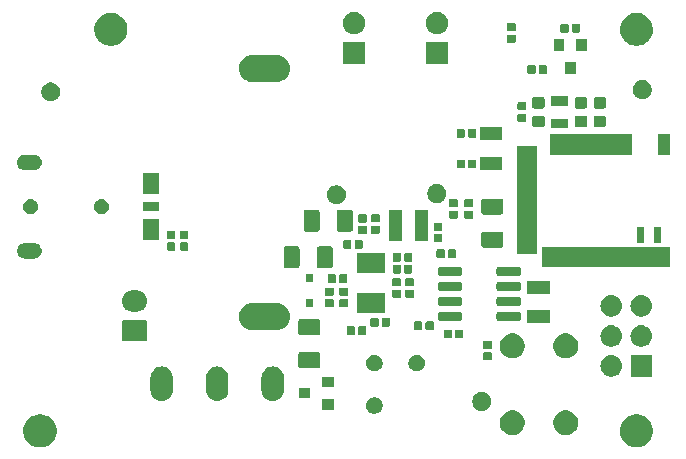
<source format=gts>
G04 #@! TF.GenerationSoftware,KiCad,Pcbnew,5.1.4-e60b266~84~ubuntu18.04.1*
G04 #@! TF.CreationDate,2019-11-14T22:40:41+05:30*
G04 #@! TF.ProjectId,SensePi_rev5_main,53656e73-6550-4695-9f72-6576355f6d61,rev?*
G04 #@! TF.SameCoordinates,Original*
G04 #@! TF.FileFunction,Soldermask,Top*
G04 #@! TF.FilePolarity,Negative*
%FSLAX46Y46*%
G04 Gerber Fmt 4.6, Leading zero omitted, Abs format (unit mm)*
G04 Created by KiCad (PCBNEW 5.1.4-e60b266~84~ubuntu18.04.1) date 2019-11-14 22:40:41*
%MOMM*%
%LPD*%
G04 APERTURE LIST*
%ADD10C,0.100000*%
G04 APERTURE END LIST*
D10*
G36*
X63793972Y-45630027D02*
G01*
X63908657Y-45652839D01*
X64014267Y-45696585D01*
X64163621Y-45758449D01*
X64163622Y-45758450D01*
X64393086Y-45911772D01*
X64588228Y-46106914D01*
X64690675Y-46260237D01*
X64741551Y-46336379D01*
X64769359Y-46403514D01*
X64847161Y-46591343D01*
X64901000Y-46862014D01*
X64901000Y-47137986D01*
X64858630Y-47351000D01*
X64847161Y-47408656D01*
X64741551Y-47663621D01*
X64741550Y-47663622D01*
X64588228Y-47893086D01*
X64393086Y-48088228D01*
X64239763Y-48190675D01*
X64163621Y-48241551D01*
X64014267Y-48303415D01*
X63908657Y-48347161D01*
X63818433Y-48365107D01*
X63637988Y-48401000D01*
X63362012Y-48401000D01*
X63181567Y-48365107D01*
X63091343Y-48347161D01*
X62985733Y-48303415D01*
X62836379Y-48241551D01*
X62760237Y-48190675D01*
X62606914Y-48088228D01*
X62411772Y-47893086D01*
X62258450Y-47663622D01*
X62258449Y-47663621D01*
X62152839Y-47408656D01*
X62141371Y-47351000D01*
X62099000Y-47137986D01*
X62099000Y-46862014D01*
X62152839Y-46591343D01*
X62230641Y-46403514D01*
X62258449Y-46336379D01*
X62309325Y-46260237D01*
X62411772Y-46106914D01*
X62606914Y-45911772D01*
X62836378Y-45758450D01*
X62836379Y-45758449D01*
X62985733Y-45696585D01*
X63091343Y-45652839D01*
X63206028Y-45630027D01*
X63362012Y-45599000D01*
X63637988Y-45599000D01*
X63793972Y-45630027D01*
X63793972Y-45630027D01*
G37*
G36*
X13293972Y-45630027D02*
G01*
X13408657Y-45652839D01*
X13514267Y-45696585D01*
X13663621Y-45758449D01*
X13663622Y-45758450D01*
X13893086Y-45911772D01*
X14088228Y-46106914D01*
X14190675Y-46260237D01*
X14241551Y-46336379D01*
X14269359Y-46403514D01*
X14347161Y-46591343D01*
X14401000Y-46862014D01*
X14401000Y-47137986D01*
X14358630Y-47351000D01*
X14347161Y-47408656D01*
X14241551Y-47663621D01*
X14241550Y-47663622D01*
X14088228Y-47893086D01*
X13893086Y-48088228D01*
X13739763Y-48190675D01*
X13663621Y-48241551D01*
X13514267Y-48303415D01*
X13408657Y-48347161D01*
X13318433Y-48365107D01*
X13137988Y-48401000D01*
X12862012Y-48401000D01*
X12681567Y-48365107D01*
X12591343Y-48347161D01*
X12485733Y-48303415D01*
X12336379Y-48241551D01*
X12260237Y-48190675D01*
X12106914Y-48088228D01*
X11911772Y-47893086D01*
X11758450Y-47663622D01*
X11758449Y-47663621D01*
X11652839Y-47408656D01*
X11641371Y-47351000D01*
X11599000Y-47137986D01*
X11599000Y-46862014D01*
X11652839Y-46591343D01*
X11730641Y-46403514D01*
X11758449Y-46336379D01*
X11809325Y-46260237D01*
X11911772Y-46106914D01*
X12106914Y-45911772D01*
X12336378Y-45758450D01*
X12336379Y-45758449D01*
X12485733Y-45696585D01*
X12591343Y-45652839D01*
X12706028Y-45630027D01*
X12862012Y-45599000D01*
X13137988Y-45599000D01*
X13293972Y-45630027D01*
X13293972Y-45630027D01*
G37*
G36*
X57806564Y-45289389D02*
G01*
X57997833Y-45368615D01*
X57997835Y-45368616D01*
X58169973Y-45483635D01*
X58316365Y-45630027D01*
X58402175Y-45758450D01*
X58431385Y-45802167D01*
X58510611Y-45993436D01*
X58551000Y-46196484D01*
X58551000Y-46403516D01*
X58510611Y-46606564D01*
X58431385Y-46797833D01*
X58431384Y-46797835D01*
X58316365Y-46969973D01*
X58169973Y-47116365D01*
X57997835Y-47231384D01*
X57997834Y-47231385D01*
X57997833Y-47231385D01*
X57806564Y-47310611D01*
X57603516Y-47351000D01*
X57396484Y-47351000D01*
X57193436Y-47310611D01*
X57002167Y-47231385D01*
X57002166Y-47231385D01*
X57002165Y-47231384D01*
X56830027Y-47116365D01*
X56683635Y-46969973D01*
X56568616Y-46797835D01*
X56568615Y-46797833D01*
X56489389Y-46606564D01*
X56449000Y-46403516D01*
X56449000Y-46196484D01*
X56489389Y-45993436D01*
X56568615Y-45802167D01*
X56597826Y-45758450D01*
X56683635Y-45630027D01*
X56830027Y-45483635D01*
X57002165Y-45368616D01*
X57002167Y-45368615D01*
X57193436Y-45289389D01*
X57396484Y-45249000D01*
X57603516Y-45249000D01*
X57806564Y-45289389D01*
X57806564Y-45289389D01*
G37*
G36*
X53306564Y-45289389D02*
G01*
X53497833Y-45368615D01*
X53497835Y-45368616D01*
X53669973Y-45483635D01*
X53816365Y-45630027D01*
X53902175Y-45758450D01*
X53931385Y-45802167D01*
X54010611Y-45993436D01*
X54051000Y-46196484D01*
X54051000Y-46403516D01*
X54010611Y-46606564D01*
X53931385Y-46797833D01*
X53931384Y-46797835D01*
X53816365Y-46969973D01*
X53669973Y-47116365D01*
X53497835Y-47231384D01*
X53497834Y-47231385D01*
X53497833Y-47231385D01*
X53306564Y-47310611D01*
X53103516Y-47351000D01*
X52896484Y-47351000D01*
X52693436Y-47310611D01*
X52502167Y-47231385D01*
X52502166Y-47231385D01*
X52502165Y-47231384D01*
X52330027Y-47116365D01*
X52183635Y-46969973D01*
X52068616Y-46797835D01*
X52068615Y-46797833D01*
X51989389Y-46606564D01*
X51949000Y-46403516D01*
X51949000Y-46196484D01*
X51989389Y-45993436D01*
X52068615Y-45802167D01*
X52097826Y-45758450D01*
X52183635Y-45630027D01*
X52330027Y-45483635D01*
X52502165Y-45368616D01*
X52502167Y-45368615D01*
X52693436Y-45289389D01*
X52896484Y-45249000D01*
X53103516Y-45249000D01*
X53306564Y-45289389D01*
X53306564Y-45289389D01*
G37*
G36*
X41508473Y-44171938D02*
G01*
X41636049Y-44224782D01*
X41750859Y-44301495D01*
X41848505Y-44399141D01*
X41925218Y-44513951D01*
X41978062Y-44641527D01*
X42005000Y-44776956D01*
X42005000Y-44915044D01*
X41978062Y-45050473D01*
X41925218Y-45178049D01*
X41848505Y-45292859D01*
X41750859Y-45390505D01*
X41636049Y-45467218D01*
X41508473Y-45520062D01*
X41373044Y-45547000D01*
X41234956Y-45547000D01*
X41099527Y-45520062D01*
X40971951Y-45467218D01*
X40857141Y-45390505D01*
X40759495Y-45292859D01*
X40682782Y-45178049D01*
X40629938Y-45050473D01*
X40603000Y-44915044D01*
X40603000Y-44776956D01*
X40629938Y-44641527D01*
X40682782Y-44513951D01*
X40759495Y-44399141D01*
X40857141Y-44301495D01*
X40971951Y-44224782D01*
X41099527Y-44171938D01*
X41234956Y-44145000D01*
X41373044Y-44145000D01*
X41508473Y-44171938D01*
X41508473Y-44171938D01*
G37*
G36*
X50633642Y-43729781D02*
G01*
X50779414Y-43790162D01*
X50779416Y-43790163D01*
X50910608Y-43877822D01*
X51022178Y-43989392D01*
X51109837Y-44120584D01*
X51109838Y-44120586D01*
X51170219Y-44266358D01*
X51201000Y-44421107D01*
X51201000Y-44578893D01*
X51170219Y-44733642D01*
X51109838Y-44879414D01*
X51109837Y-44879416D01*
X51022178Y-45010608D01*
X50910608Y-45122178D01*
X50779416Y-45209837D01*
X50779415Y-45209838D01*
X50779414Y-45209838D01*
X50633642Y-45270219D01*
X50478893Y-45301000D01*
X50321107Y-45301000D01*
X50166358Y-45270219D01*
X50020586Y-45209838D01*
X50020585Y-45209838D01*
X50020584Y-45209837D01*
X49889392Y-45122178D01*
X49777822Y-45010608D01*
X49690163Y-44879416D01*
X49690162Y-44879414D01*
X49629781Y-44733642D01*
X49599000Y-44578893D01*
X49599000Y-44421107D01*
X49629781Y-44266358D01*
X49690162Y-44120586D01*
X49690163Y-44120584D01*
X49777822Y-43989392D01*
X49889392Y-43877822D01*
X50020584Y-43790163D01*
X50020586Y-43790162D01*
X50166358Y-43729781D01*
X50321107Y-43699000D01*
X50478893Y-43699000D01*
X50633642Y-43729781D01*
X50633642Y-43729781D01*
G37*
G36*
X37901000Y-45201000D02*
G01*
X36899000Y-45201000D01*
X36899000Y-44299000D01*
X37901000Y-44299000D01*
X37901000Y-45201000D01*
X37901000Y-45201000D01*
G37*
G36*
X32886424Y-41562760D02*
G01*
X32886427Y-41562761D01*
X32886428Y-41562761D01*
X33065692Y-41617140D01*
X33065695Y-41617142D01*
X33065696Y-41617142D01*
X33230903Y-41705446D01*
X33375712Y-41824288D01*
X33494554Y-41969097D01*
X33582858Y-42134303D01*
X33582860Y-42134307D01*
X33618798Y-42252779D01*
X33637240Y-42313575D01*
X33651000Y-42453282D01*
X33651000Y-43546718D01*
X33637240Y-43686425D01*
X33637239Y-43686428D01*
X33637239Y-43686429D01*
X33582860Y-43865693D01*
X33582858Y-43865696D01*
X33582858Y-43865697D01*
X33494554Y-44030903D01*
X33375712Y-44175712D01*
X33230903Y-44294554D01*
X33065697Y-44382858D01*
X33065693Y-44382860D01*
X32886429Y-44437239D01*
X32886428Y-44437239D01*
X32886425Y-44437240D01*
X32700000Y-44455601D01*
X32513576Y-44437240D01*
X32513573Y-44437239D01*
X32513572Y-44437239D01*
X32334308Y-44382860D01*
X32334304Y-44382858D01*
X32169098Y-44294554D01*
X32024289Y-44175712D01*
X31905447Y-44030903D01*
X31817140Y-43865692D01*
X31762760Y-43686430D01*
X31749000Y-43546718D01*
X31749000Y-42453283D01*
X31762760Y-42313576D01*
X31762761Y-42313572D01*
X31817140Y-42134308D01*
X31817143Y-42134303D01*
X31905446Y-41969097D01*
X32024288Y-41824288D01*
X32169097Y-41705446D01*
X32334303Y-41617142D01*
X32334304Y-41617142D01*
X32334307Y-41617140D01*
X32513571Y-41562761D01*
X32513572Y-41562761D01*
X32513575Y-41562760D01*
X32700000Y-41544399D01*
X32886424Y-41562760D01*
X32886424Y-41562760D01*
G37*
G36*
X23486424Y-41562760D02*
G01*
X23486427Y-41562761D01*
X23486428Y-41562761D01*
X23665692Y-41617140D01*
X23665695Y-41617142D01*
X23665696Y-41617142D01*
X23830903Y-41705446D01*
X23975712Y-41824288D01*
X24094554Y-41969097D01*
X24182858Y-42134303D01*
X24182860Y-42134307D01*
X24218798Y-42252779D01*
X24237240Y-42313575D01*
X24251000Y-42453282D01*
X24251000Y-43546718D01*
X24237240Y-43686425D01*
X24237239Y-43686428D01*
X24237239Y-43686429D01*
X24182860Y-43865693D01*
X24182858Y-43865696D01*
X24182858Y-43865697D01*
X24094554Y-44030903D01*
X23975712Y-44175712D01*
X23830903Y-44294554D01*
X23665697Y-44382858D01*
X23665693Y-44382860D01*
X23486429Y-44437239D01*
X23486428Y-44437239D01*
X23486425Y-44437240D01*
X23300000Y-44455601D01*
X23113576Y-44437240D01*
X23113573Y-44437239D01*
X23113572Y-44437239D01*
X22934308Y-44382860D01*
X22934304Y-44382858D01*
X22769098Y-44294554D01*
X22624289Y-44175712D01*
X22505447Y-44030903D01*
X22417140Y-43865692D01*
X22362760Y-43686430D01*
X22349000Y-43546718D01*
X22349000Y-42453283D01*
X22362760Y-42313576D01*
X22362761Y-42313572D01*
X22417140Y-42134308D01*
X22417143Y-42134303D01*
X22505446Y-41969097D01*
X22624288Y-41824288D01*
X22769097Y-41705446D01*
X22934303Y-41617142D01*
X22934304Y-41617142D01*
X22934307Y-41617140D01*
X23113571Y-41562761D01*
X23113572Y-41562761D01*
X23113575Y-41562760D01*
X23300000Y-41544399D01*
X23486424Y-41562760D01*
X23486424Y-41562760D01*
G37*
G36*
X28186424Y-41562760D02*
G01*
X28186427Y-41562761D01*
X28186428Y-41562761D01*
X28365692Y-41617140D01*
X28365695Y-41617142D01*
X28365696Y-41617142D01*
X28530903Y-41705446D01*
X28675712Y-41824288D01*
X28794554Y-41969097D01*
X28882858Y-42134303D01*
X28882860Y-42134307D01*
X28918798Y-42252779D01*
X28937240Y-42313575D01*
X28951000Y-42453282D01*
X28951000Y-43546718D01*
X28937240Y-43686425D01*
X28937239Y-43686428D01*
X28937239Y-43686429D01*
X28882860Y-43865693D01*
X28882858Y-43865696D01*
X28882858Y-43865697D01*
X28794554Y-44030903D01*
X28675712Y-44175712D01*
X28530903Y-44294554D01*
X28365697Y-44382858D01*
X28365693Y-44382860D01*
X28186429Y-44437239D01*
X28186428Y-44437239D01*
X28186425Y-44437240D01*
X28000000Y-44455601D01*
X27813576Y-44437240D01*
X27813573Y-44437239D01*
X27813572Y-44437239D01*
X27634308Y-44382860D01*
X27634304Y-44382858D01*
X27469098Y-44294554D01*
X27324289Y-44175712D01*
X27205447Y-44030903D01*
X27117140Y-43865692D01*
X27062760Y-43686430D01*
X27049000Y-43546718D01*
X27049000Y-42453283D01*
X27062760Y-42313576D01*
X27062761Y-42313572D01*
X27117140Y-42134308D01*
X27117143Y-42134303D01*
X27205446Y-41969097D01*
X27324288Y-41824288D01*
X27469097Y-41705446D01*
X27634303Y-41617142D01*
X27634304Y-41617142D01*
X27634307Y-41617140D01*
X27813571Y-41562761D01*
X27813572Y-41562761D01*
X27813575Y-41562760D01*
X28000000Y-41544399D01*
X28186424Y-41562760D01*
X28186424Y-41562760D01*
G37*
G36*
X35901000Y-44251000D02*
G01*
X34899000Y-44251000D01*
X34899000Y-43349000D01*
X35901000Y-43349000D01*
X35901000Y-44251000D01*
X35901000Y-44251000D01*
G37*
G36*
X37901000Y-43301000D02*
G01*
X36899000Y-43301000D01*
X36899000Y-42399000D01*
X37901000Y-42399000D01*
X37901000Y-43301000D01*
X37901000Y-43301000D01*
G37*
G36*
X64801000Y-42401000D02*
G01*
X62999000Y-42401000D01*
X62999000Y-40599000D01*
X64801000Y-40599000D01*
X64801000Y-42401000D01*
X64801000Y-42401000D01*
G37*
G36*
X61470443Y-40605519D02*
G01*
X61536627Y-40612037D01*
X61706466Y-40663557D01*
X61862991Y-40747222D01*
X61898729Y-40776552D01*
X62000186Y-40859814D01*
X62067582Y-40941938D01*
X62112778Y-40997009D01*
X62196443Y-41153534D01*
X62247963Y-41323373D01*
X62265359Y-41500000D01*
X62247963Y-41676627D01*
X62196443Y-41846466D01*
X62112778Y-42002991D01*
X62083448Y-42038729D01*
X62000186Y-42140186D01*
X61898729Y-42223448D01*
X61862991Y-42252778D01*
X61706466Y-42336443D01*
X61536627Y-42387963D01*
X61470443Y-42394481D01*
X61404260Y-42401000D01*
X61315740Y-42401000D01*
X61249557Y-42394481D01*
X61183373Y-42387963D01*
X61013534Y-42336443D01*
X60857009Y-42252778D01*
X60821271Y-42223448D01*
X60719814Y-42140186D01*
X60636552Y-42038729D01*
X60607222Y-42002991D01*
X60523557Y-41846466D01*
X60472037Y-41676627D01*
X60454641Y-41500000D01*
X60472037Y-41323373D01*
X60523557Y-41153534D01*
X60607222Y-40997009D01*
X60652418Y-40941938D01*
X60719814Y-40859814D01*
X60821271Y-40776552D01*
X60857009Y-40747222D01*
X61013534Y-40663557D01*
X61183373Y-40612037D01*
X61249557Y-40605519D01*
X61315740Y-40599000D01*
X61404260Y-40599000D01*
X61470443Y-40605519D01*
X61470443Y-40605519D01*
G37*
G36*
X41508473Y-40579938D02*
G01*
X41636049Y-40632782D01*
X41750859Y-40709495D01*
X41848505Y-40807141D01*
X41925218Y-40921951D01*
X41978062Y-41049527D01*
X42005000Y-41184956D01*
X42005000Y-41323044D01*
X41978062Y-41458473D01*
X41925218Y-41586049D01*
X41848505Y-41700859D01*
X41750859Y-41798505D01*
X41636049Y-41875218D01*
X41508473Y-41928062D01*
X41373044Y-41955000D01*
X41234956Y-41955000D01*
X41099527Y-41928062D01*
X40971951Y-41875218D01*
X40857141Y-41798505D01*
X40759495Y-41700859D01*
X40682782Y-41586049D01*
X40629938Y-41458473D01*
X40603000Y-41323044D01*
X40603000Y-41184956D01*
X40629938Y-41049527D01*
X40682782Y-40921951D01*
X40759495Y-40807141D01*
X40857141Y-40709495D01*
X40971951Y-40632782D01*
X41099527Y-40579938D01*
X41234956Y-40553000D01*
X41373044Y-40553000D01*
X41508473Y-40579938D01*
X41508473Y-40579938D01*
G37*
G36*
X45100473Y-40579938D02*
G01*
X45228049Y-40632782D01*
X45342859Y-40709495D01*
X45440505Y-40807141D01*
X45517218Y-40921951D01*
X45570062Y-41049527D01*
X45597000Y-41184956D01*
X45597000Y-41323044D01*
X45570062Y-41458473D01*
X45517218Y-41586049D01*
X45440505Y-41700859D01*
X45342859Y-41798505D01*
X45228049Y-41875218D01*
X45100473Y-41928062D01*
X44965044Y-41955000D01*
X44826956Y-41955000D01*
X44691527Y-41928062D01*
X44563951Y-41875218D01*
X44449141Y-41798505D01*
X44351495Y-41700859D01*
X44274782Y-41586049D01*
X44221938Y-41458473D01*
X44195000Y-41323044D01*
X44195000Y-41184956D01*
X44221938Y-41049527D01*
X44274782Y-40921951D01*
X44351495Y-40807141D01*
X44449141Y-40709495D01*
X44563951Y-40632782D01*
X44691527Y-40579938D01*
X44826956Y-40553000D01*
X44965044Y-40553000D01*
X45100473Y-40579938D01*
X45100473Y-40579938D01*
G37*
G36*
X36568604Y-40328347D02*
G01*
X36605144Y-40339432D01*
X36638821Y-40357433D01*
X36668341Y-40381659D01*
X36692567Y-40411179D01*
X36710568Y-40444856D01*
X36721653Y-40481396D01*
X36726000Y-40525538D01*
X36726000Y-41474462D01*
X36721653Y-41518604D01*
X36710568Y-41555144D01*
X36692567Y-41588821D01*
X36668341Y-41618341D01*
X36638821Y-41642567D01*
X36605144Y-41660568D01*
X36568604Y-41671653D01*
X36524462Y-41676000D01*
X35075538Y-41676000D01*
X35031396Y-41671653D01*
X34994856Y-41660568D01*
X34961179Y-41642567D01*
X34931659Y-41618341D01*
X34907433Y-41588821D01*
X34889432Y-41555144D01*
X34878347Y-41518604D01*
X34874000Y-41474462D01*
X34874000Y-40525538D01*
X34878347Y-40481396D01*
X34889432Y-40444856D01*
X34907433Y-40411179D01*
X34931659Y-40381659D01*
X34961179Y-40357433D01*
X34994856Y-40339432D01*
X35031396Y-40328347D01*
X35075538Y-40324000D01*
X36524462Y-40324000D01*
X36568604Y-40328347D01*
X36568604Y-40328347D01*
G37*
G36*
X51181938Y-40341716D02*
G01*
X51202557Y-40347971D01*
X51221553Y-40358124D01*
X51238208Y-40371792D01*
X51251876Y-40388447D01*
X51262029Y-40407443D01*
X51268284Y-40428062D01*
X51271000Y-40455640D01*
X51271000Y-40914360D01*
X51268284Y-40941938D01*
X51262029Y-40962557D01*
X51251876Y-40981553D01*
X51238208Y-40998208D01*
X51221553Y-41011876D01*
X51202557Y-41022029D01*
X51181938Y-41028284D01*
X51154360Y-41031000D01*
X50645640Y-41031000D01*
X50618062Y-41028284D01*
X50597443Y-41022029D01*
X50578447Y-41011876D01*
X50561792Y-40998208D01*
X50548124Y-40981553D01*
X50537971Y-40962557D01*
X50531716Y-40941938D01*
X50529000Y-40914360D01*
X50529000Y-40455640D01*
X50531716Y-40428062D01*
X50537971Y-40407443D01*
X50548124Y-40388447D01*
X50561792Y-40371792D01*
X50578447Y-40358124D01*
X50597443Y-40347971D01*
X50618062Y-40341716D01*
X50645640Y-40339000D01*
X51154360Y-40339000D01*
X51181938Y-40341716D01*
X51181938Y-40341716D01*
G37*
G36*
X57806564Y-38789389D02*
G01*
X57997833Y-38868615D01*
X57997835Y-38868616D01*
X58169973Y-38983635D01*
X58316365Y-39130027D01*
X58375212Y-39218097D01*
X58431385Y-39302167D01*
X58510611Y-39493436D01*
X58551000Y-39696484D01*
X58551000Y-39903516D01*
X58510611Y-40106564D01*
X58431385Y-40297833D01*
X58431384Y-40297835D01*
X58316365Y-40469973D01*
X58169973Y-40616365D01*
X57997835Y-40731384D01*
X57997834Y-40731385D01*
X57997833Y-40731385D01*
X57806564Y-40810611D01*
X57603516Y-40851000D01*
X57396484Y-40851000D01*
X57193436Y-40810611D01*
X57002167Y-40731385D01*
X57002166Y-40731385D01*
X57002165Y-40731384D01*
X56830027Y-40616365D01*
X56683635Y-40469973D01*
X56568616Y-40297835D01*
X56568615Y-40297833D01*
X56489389Y-40106564D01*
X56449000Y-39903516D01*
X56449000Y-39696484D01*
X56489389Y-39493436D01*
X56568615Y-39302167D01*
X56624789Y-39218097D01*
X56683635Y-39130027D01*
X56830027Y-38983635D01*
X57002165Y-38868616D01*
X57002167Y-38868615D01*
X57193436Y-38789389D01*
X57396484Y-38749000D01*
X57603516Y-38749000D01*
X57806564Y-38789389D01*
X57806564Y-38789389D01*
G37*
G36*
X53306564Y-38789389D02*
G01*
X53497833Y-38868615D01*
X53497835Y-38868616D01*
X53669973Y-38983635D01*
X53816365Y-39130027D01*
X53875212Y-39218097D01*
X53931385Y-39302167D01*
X54010611Y-39493436D01*
X54051000Y-39696484D01*
X54051000Y-39903516D01*
X54010611Y-40106564D01*
X53931385Y-40297833D01*
X53931384Y-40297835D01*
X53816365Y-40469973D01*
X53669973Y-40616365D01*
X53497835Y-40731384D01*
X53497834Y-40731385D01*
X53497833Y-40731385D01*
X53306564Y-40810611D01*
X53103516Y-40851000D01*
X52896484Y-40851000D01*
X52693436Y-40810611D01*
X52502167Y-40731385D01*
X52502166Y-40731385D01*
X52502165Y-40731384D01*
X52330027Y-40616365D01*
X52183635Y-40469973D01*
X52068616Y-40297835D01*
X52068615Y-40297833D01*
X51989389Y-40106564D01*
X51949000Y-39903516D01*
X51949000Y-39696484D01*
X51989389Y-39493436D01*
X52068615Y-39302167D01*
X52124789Y-39218097D01*
X52183635Y-39130027D01*
X52330027Y-38983635D01*
X52502165Y-38868616D01*
X52502167Y-38868615D01*
X52693436Y-38789389D01*
X52896484Y-38749000D01*
X53103516Y-38749000D01*
X53306564Y-38789389D01*
X53306564Y-38789389D01*
G37*
G36*
X51181938Y-39371716D02*
G01*
X51202557Y-39377971D01*
X51221553Y-39388124D01*
X51238208Y-39401792D01*
X51251876Y-39418447D01*
X51262029Y-39437443D01*
X51268284Y-39458062D01*
X51271000Y-39485640D01*
X51271000Y-39944360D01*
X51268284Y-39971938D01*
X51262029Y-39992557D01*
X51251876Y-40011553D01*
X51238208Y-40028208D01*
X51221553Y-40041876D01*
X51202557Y-40052029D01*
X51181938Y-40058284D01*
X51154360Y-40061000D01*
X50645640Y-40061000D01*
X50618062Y-40058284D01*
X50597443Y-40052029D01*
X50578447Y-40041876D01*
X50561792Y-40028208D01*
X50548124Y-40011553D01*
X50537971Y-39992557D01*
X50531716Y-39971938D01*
X50529000Y-39944360D01*
X50529000Y-39485640D01*
X50531716Y-39458062D01*
X50537971Y-39437443D01*
X50548124Y-39418447D01*
X50561792Y-39401792D01*
X50578447Y-39388124D01*
X50597443Y-39377971D01*
X50618062Y-39371716D01*
X50645640Y-39369000D01*
X51154360Y-39369000D01*
X51181938Y-39371716D01*
X51181938Y-39371716D01*
G37*
G36*
X61457096Y-38064204D02*
G01*
X61536627Y-38072037D01*
X61706466Y-38123557D01*
X61706468Y-38123558D01*
X61784729Y-38165390D01*
X61862991Y-38207222D01*
X61876199Y-38218062D01*
X62000186Y-38319814D01*
X62068090Y-38402557D01*
X62112778Y-38457009D01*
X62145412Y-38518062D01*
X62172238Y-38568249D01*
X62196443Y-38613534D01*
X62247963Y-38783373D01*
X62265359Y-38960000D01*
X62247963Y-39136627D01*
X62196443Y-39306466D01*
X62112778Y-39462991D01*
X62102269Y-39475796D01*
X62000186Y-39600186D01*
X61898729Y-39683448D01*
X61862991Y-39712778D01*
X61706466Y-39796443D01*
X61536627Y-39847963D01*
X61470442Y-39854482D01*
X61404260Y-39861000D01*
X61315740Y-39861000D01*
X61249558Y-39854482D01*
X61183373Y-39847963D01*
X61013534Y-39796443D01*
X60857009Y-39712778D01*
X60821271Y-39683448D01*
X60719814Y-39600186D01*
X60617731Y-39475796D01*
X60607222Y-39462991D01*
X60523557Y-39306466D01*
X60472037Y-39136627D01*
X60454641Y-38960000D01*
X60472037Y-38783373D01*
X60523557Y-38613534D01*
X60547763Y-38568249D01*
X60574588Y-38518062D01*
X60607222Y-38457009D01*
X60651910Y-38402557D01*
X60719814Y-38319814D01*
X60843801Y-38218062D01*
X60857009Y-38207222D01*
X60935271Y-38165390D01*
X61013532Y-38123558D01*
X61013534Y-38123557D01*
X61183373Y-38072037D01*
X61262904Y-38064204D01*
X61315740Y-38059000D01*
X61404260Y-38059000D01*
X61457096Y-38064204D01*
X61457096Y-38064204D01*
G37*
G36*
X63997096Y-38064204D02*
G01*
X64076627Y-38072037D01*
X64246466Y-38123557D01*
X64246468Y-38123558D01*
X64324729Y-38165390D01*
X64402991Y-38207222D01*
X64416199Y-38218062D01*
X64540186Y-38319814D01*
X64608090Y-38402557D01*
X64652778Y-38457009D01*
X64685412Y-38518062D01*
X64712238Y-38568249D01*
X64736443Y-38613534D01*
X64787963Y-38783373D01*
X64805359Y-38960000D01*
X64787963Y-39136627D01*
X64736443Y-39306466D01*
X64652778Y-39462991D01*
X64642269Y-39475796D01*
X64540186Y-39600186D01*
X64438729Y-39683448D01*
X64402991Y-39712778D01*
X64246466Y-39796443D01*
X64076627Y-39847963D01*
X64010442Y-39854482D01*
X63944260Y-39861000D01*
X63855740Y-39861000D01*
X63789558Y-39854482D01*
X63723373Y-39847963D01*
X63553534Y-39796443D01*
X63397009Y-39712778D01*
X63361271Y-39683448D01*
X63259814Y-39600186D01*
X63157731Y-39475796D01*
X63147222Y-39462991D01*
X63063557Y-39306466D01*
X63012037Y-39136627D01*
X62994641Y-38960000D01*
X63012037Y-38783373D01*
X63063557Y-38613534D01*
X63087763Y-38568249D01*
X63114588Y-38518062D01*
X63147222Y-38457009D01*
X63191910Y-38402557D01*
X63259814Y-38319814D01*
X63383801Y-38218062D01*
X63397009Y-38207222D01*
X63475271Y-38165390D01*
X63553532Y-38123558D01*
X63553534Y-38123557D01*
X63723373Y-38072037D01*
X63802904Y-38064204D01*
X63855740Y-38059000D01*
X63944260Y-38059000D01*
X63997096Y-38064204D01*
X63997096Y-38064204D01*
G37*
G36*
X21908600Y-37602989D02*
G01*
X21941652Y-37613015D01*
X21972103Y-37629292D01*
X21998799Y-37651201D01*
X22020708Y-37677897D01*
X22036985Y-37708348D01*
X22047011Y-37741400D01*
X22051000Y-37781903D01*
X22051000Y-39218097D01*
X22047011Y-39258600D01*
X22036985Y-39291652D01*
X22020708Y-39322103D01*
X21998799Y-39348799D01*
X21972103Y-39370708D01*
X21941652Y-39386985D01*
X21908600Y-39397011D01*
X21868097Y-39401000D01*
X20131903Y-39401000D01*
X20091400Y-39397011D01*
X20058348Y-39386985D01*
X20027897Y-39370708D01*
X20001201Y-39348799D01*
X19979292Y-39322103D01*
X19963015Y-39291652D01*
X19952989Y-39258600D01*
X19949000Y-39218097D01*
X19949000Y-37781903D01*
X19952989Y-37741400D01*
X19963015Y-37708348D01*
X19979292Y-37677897D01*
X20001201Y-37651201D01*
X20027897Y-37629292D01*
X20058348Y-37613015D01*
X20091400Y-37602989D01*
X20131903Y-37599000D01*
X21868097Y-37599000D01*
X21908600Y-37602989D01*
X21908600Y-37602989D01*
G37*
G36*
X48741938Y-38431716D02*
G01*
X48762557Y-38437971D01*
X48781553Y-38448124D01*
X48798208Y-38461792D01*
X48811876Y-38478447D01*
X48822029Y-38497443D01*
X48828284Y-38518062D01*
X48831000Y-38545640D01*
X48831000Y-39054360D01*
X48828284Y-39081938D01*
X48822029Y-39102557D01*
X48811876Y-39121553D01*
X48798208Y-39138208D01*
X48781553Y-39151876D01*
X48762557Y-39162029D01*
X48741938Y-39168284D01*
X48714360Y-39171000D01*
X48255640Y-39171000D01*
X48228062Y-39168284D01*
X48207443Y-39162029D01*
X48188447Y-39151876D01*
X48171792Y-39138208D01*
X48158124Y-39121553D01*
X48147971Y-39102557D01*
X48141716Y-39081938D01*
X48139000Y-39054360D01*
X48139000Y-38545640D01*
X48141716Y-38518062D01*
X48147971Y-38497443D01*
X48158124Y-38478447D01*
X48171792Y-38461792D01*
X48188447Y-38448124D01*
X48207443Y-38437971D01*
X48228062Y-38431716D01*
X48255640Y-38429000D01*
X48714360Y-38429000D01*
X48741938Y-38431716D01*
X48741938Y-38431716D01*
G37*
G36*
X47771938Y-38431716D02*
G01*
X47792557Y-38437971D01*
X47811553Y-38448124D01*
X47828208Y-38461792D01*
X47841876Y-38478447D01*
X47852029Y-38497443D01*
X47858284Y-38518062D01*
X47861000Y-38545640D01*
X47861000Y-39054360D01*
X47858284Y-39081938D01*
X47852029Y-39102557D01*
X47841876Y-39121553D01*
X47828208Y-39138208D01*
X47811553Y-39151876D01*
X47792557Y-39162029D01*
X47771938Y-39168284D01*
X47744360Y-39171000D01*
X47285640Y-39171000D01*
X47258062Y-39168284D01*
X47237443Y-39162029D01*
X47218447Y-39151876D01*
X47201792Y-39138208D01*
X47188124Y-39121553D01*
X47177971Y-39102557D01*
X47171716Y-39081938D01*
X47169000Y-39054360D01*
X47169000Y-38545640D01*
X47171716Y-38518062D01*
X47177971Y-38497443D01*
X47188124Y-38478447D01*
X47201792Y-38461792D01*
X47218447Y-38448124D01*
X47237443Y-38437971D01*
X47258062Y-38431716D01*
X47285640Y-38429000D01*
X47744360Y-38429000D01*
X47771938Y-38431716D01*
X47771938Y-38431716D01*
G37*
G36*
X36568604Y-37528347D02*
G01*
X36605144Y-37539432D01*
X36638821Y-37557433D01*
X36668341Y-37581659D01*
X36692567Y-37611179D01*
X36710568Y-37644856D01*
X36721653Y-37681396D01*
X36726000Y-37725538D01*
X36726000Y-38674462D01*
X36721653Y-38718604D01*
X36710568Y-38755144D01*
X36692567Y-38788821D01*
X36668341Y-38818341D01*
X36638821Y-38842567D01*
X36605144Y-38860568D01*
X36568604Y-38871653D01*
X36524462Y-38876000D01*
X35075538Y-38876000D01*
X35031396Y-38871653D01*
X34994856Y-38860568D01*
X34961179Y-38842567D01*
X34931659Y-38818341D01*
X34907433Y-38788821D01*
X34889432Y-38755144D01*
X34878347Y-38718604D01*
X34874000Y-38674462D01*
X34874000Y-37725538D01*
X34878347Y-37681396D01*
X34889432Y-37644856D01*
X34907433Y-37611179D01*
X34931659Y-37581659D01*
X34961179Y-37557433D01*
X34994856Y-37539432D01*
X35031396Y-37528347D01*
X35075538Y-37524000D01*
X36524462Y-37524000D01*
X36568604Y-37528347D01*
X36568604Y-37528347D01*
G37*
G36*
X39571938Y-38131716D02*
G01*
X39592557Y-38137971D01*
X39611553Y-38148124D01*
X39628208Y-38161792D01*
X39641876Y-38178447D01*
X39652029Y-38197443D01*
X39658284Y-38218062D01*
X39661000Y-38245640D01*
X39661000Y-38754360D01*
X39658284Y-38781938D01*
X39652029Y-38802557D01*
X39641876Y-38821553D01*
X39628208Y-38838208D01*
X39611553Y-38851876D01*
X39592557Y-38862029D01*
X39571938Y-38868284D01*
X39544360Y-38871000D01*
X39085640Y-38871000D01*
X39058062Y-38868284D01*
X39037443Y-38862029D01*
X39018447Y-38851876D01*
X39001792Y-38838208D01*
X38988124Y-38821553D01*
X38977971Y-38802557D01*
X38971716Y-38781938D01*
X38969000Y-38754360D01*
X38969000Y-38245640D01*
X38971716Y-38218062D01*
X38977971Y-38197443D01*
X38988124Y-38178447D01*
X39001792Y-38161792D01*
X39018447Y-38148124D01*
X39037443Y-38137971D01*
X39058062Y-38131716D01*
X39085640Y-38129000D01*
X39544360Y-38129000D01*
X39571938Y-38131716D01*
X39571938Y-38131716D01*
G37*
G36*
X40541938Y-38131716D02*
G01*
X40562557Y-38137971D01*
X40581553Y-38148124D01*
X40598208Y-38161792D01*
X40611876Y-38178447D01*
X40622029Y-38197443D01*
X40628284Y-38218062D01*
X40631000Y-38245640D01*
X40631000Y-38754360D01*
X40628284Y-38781938D01*
X40622029Y-38802557D01*
X40611876Y-38821553D01*
X40598208Y-38838208D01*
X40581553Y-38851876D01*
X40562557Y-38862029D01*
X40541938Y-38868284D01*
X40514360Y-38871000D01*
X40055640Y-38871000D01*
X40028062Y-38868284D01*
X40007443Y-38862029D01*
X39988447Y-38851876D01*
X39971792Y-38838208D01*
X39958124Y-38821553D01*
X39947971Y-38802557D01*
X39941716Y-38781938D01*
X39939000Y-38754360D01*
X39939000Y-38245640D01*
X39941716Y-38218062D01*
X39947971Y-38197443D01*
X39958124Y-38178447D01*
X39971792Y-38161792D01*
X39988447Y-38148124D01*
X40007443Y-38137971D01*
X40028062Y-38131716D01*
X40055640Y-38129000D01*
X40514360Y-38129000D01*
X40541938Y-38131716D01*
X40541938Y-38131716D01*
G37*
G36*
X45271938Y-37731716D02*
G01*
X45292557Y-37737971D01*
X45311553Y-37748124D01*
X45328208Y-37761792D01*
X45341876Y-37778447D01*
X45352029Y-37797443D01*
X45358284Y-37818062D01*
X45361000Y-37845640D01*
X45361000Y-38354360D01*
X45358284Y-38381938D01*
X45352029Y-38402557D01*
X45341876Y-38421553D01*
X45328208Y-38438208D01*
X45311553Y-38451876D01*
X45292557Y-38462029D01*
X45271938Y-38468284D01*
X45244360Y-38471000D01*
X44785640Y-38471000D01*
X44758062Y-38468284D01*
X44737443Y-38462029D01*
X44718447Y-38451876D01*
X44701792Y-38438208D01*
X44688124Y-38421553D01*
X44677971Y-38402557D01*
X44671716Y-38381938D01*
X44669000Y-38354360D01*
X44669000Y-37845640D01*
X44671716Y-37818062D01*
X44677971Y-37797443D01*
X44688124Y-37778447D01*
X44701792Y-37761792D01*
X44718447Y-37748124D01*
X44737443Y-37737971D01*
X44758062Y-37731716D01*
X44785640Y-37729000D01*
X45244360Y-37729000D01*
X45271938Y-37731716D01*
X45271938Y-37731716D01*
G37*
G36*
X46241938Y-37731716D02*
G01*
X46262557Y-37737971D01*
X46281553Y-37748124D01*
X46298208Y-37761792D01*
X46311876Y-37778447D01*
X46322029Y-37797443D01*
X46328284Y-37818062D01*
X46331000Y-37845640D01*
X46331000Y-38354360D01*
X46328284Y-38381938D01*
X46322029Y-38402557D01*
X46311876Y-38421553D01*
X46298208Y-38438208D01*
X46281553Y-38451876D01*
X46262557Y-38462029D01*
X46241938Y-38468284D01*
X46214360Y-38471000D01*
X45755640Y-38471000D01*
X45728062Y-38468284D01*
X45707443Y-38462029D01*
X45688447Y-38451876D01*
X45671792Y-38438208D01*
X45658124Y-38421553D01*
X45647971Y-38402557D01*
X45641716Y-38381938D01*
X45639000Y-38354360D01*
X45639000Y-37845640D01*
X45641716Y-37818062D01*
X45647971Y-37797443D01*
X45658124Y-37778447D01*
X45671792Y-37761792D01*
X45688447Y-37748124D01*
X45707443Y-37737971D01*
X45728062Y-37731716D01*
X45755640Y-37729000D01*
X46214360Y-37729000D01*
X46241938Y-37731716D01*
X46241938Y-37731716D01*
G37*
G36*
X33169271Y-36160103D02*
G01*
X33225635Y-36165654D01*
X33442600Y-36231470D01*
X33442602Y-36231471D01*
X33642555Y-36338347D01*
X33817818Y-36482182D01*
X33961653Y-36657445D01*
X34019925Y-36766466D01*
X34068530Y-36857400D01*
X34134346Y-37074365D01*
X34156569Y-37300000D01*
X34134346Y-37525635D01*
X34068661Y-37742169D01*
X34068529Y-37742602D01*
X33961653Y-37942555D01*
X33817818Y-38117818D01*
X33642555Y-38261653D01*
X33442602Y-38368529D01*
X33442600Y-38368530D01*
X33225635Y-38434346D01*
X33186423Y-38438208D01*
X33056545Y-38451000D01*
X30943455Y-38451000D01*
X30813577Y-38438208D01*
X30774365Y-38434346D01*
X30557400Y-38368530D01*
X30557398Y-38368529D01*
X30357445Y-38261653D01*
X30182182Y-38117818D01*
X30038347Y-37942555D01*
X29931471Y-37742602D01*
X29931340Y-37742169D01*
X29865654Y-37525635D01*
X29843431Y-37300000D01*
X29865654Y-37074365D01*
X29931470Y-36857400D01*
X29980075Y-36766466D01*
X30038347Y-36657445D01*
X30182182Y-36482182D01*
X30357445Y-36338347D01*
X30557398Y-36231471D01*
X30557400Y-36231470D01*
X30774365Y-36165654D01*
X30830729Y-36160103D01*
X30943455Y-36149000D01*
X33056545Y-36149000D01*
X33169271Y-36160103D01*
X33169271Y-36160103D01*
G37*
G36*
X41571938Y-37431716D02*
G01*
X41592557Y-37437971D01*
X41611553Y-37448124D01*
X41628208Y-37461792D01*
X41641876Y-37478447D01*
X41652029Y-37497443D01*
X41658284Y-37518062D01*
X41661000Y-37545640D01*
X41661000Y-38054360D01*
X41658284Y-38081938D01*
X41652029Y-38102557D01*
X41641876Y-38121553D01*
X41628208Y-38138208D01*
X41611553Y-38151876D01*
X41592557Y-38162029D01*
X41571938Y-38168284D01*
X41544360Y-38171000D01*
X41085640Y-38171000D01*
X41058062Y-38168284D01*
X41037443Y-38162029D01*
X41018447Y-38151876D01*
X41001792Y-38138208D01*
X40988124Y-38121553D01*
X40977971Y-38102557D01*
X40971716Y-38081938D01*
X40969000Y-38054360D01*
X40969000Y-37545640D01*
X40971716Y-37518062D01*
X40977971Y-37497443D01*
X40988124Y-37478447D01*
X41001792Y-37461792D01*
X41018447Y-37448124D01*
X41037443Y-37437971D01*
X41058062Y-37431716D01*
X41085640Y-37429000D01*
X41544360Y-37429000D01*
X41571938Y-37431716D01*
X41571938Y-37431716D01*
G37*
G36*
X42541938Y-37431716D02*
G01*
X42562557Y-37437971D01*
X42581553Y-37448124D01*
X42598208Y-37461792D01*
X42611876Y-37478447D01*
X42622029Y-37497443D01*
X42628284Y-37518062D01*
X42631000Y-37545640D01*
X42631000Y-38054360D01*
X42628284Y-38081938D01*
X42622029Y-38102557D01*
X42611876Y-38121553D01*
X42598208Y-38138208D01*
X42581553Y-38151876D01*
X42562557Y-38162029D01*
X42541938Y-38168284D01*
X42514360Y-38171000D01*
X42055640Y-38171000D01*
X42028062Y-38168284D01*
X42007443Y-38162029D01*
X41988447Y-38151876D01*
X41971792Y-38138208D01*
X41958124Y-38121553D01*
X41947971Y-38102557D01*
X41941716Y-38081938D01*
X41939000Y-38054360D01*
X41939000Y-37545640D01*
X41941716Y-37518062D01*
X41947971Y-37497443D01*
X41958124Y-37478447D01*
X41971792Y-37461792D01*
X41988447Y-37448124D01*
X42007443Y-37437971D01*
X42028062Y-37431716D01*
X42055640Y-37429000D01*
X42514360Y-37429000D01*
X42541938Y-37431716D01*
X42541938Y-37431716D01*
G37*
G36*
X56151000Y-37901000D02*
G01*
X54249000Y-37901000D01*
X54249000Y-36799000D01*
X56151000Y-36799000D01*
X56151000Y-37901000D01*
X56151000Y-37901000D01*
G37*
G36*
X53609928Y-36956764D02*
G01*
X53631009Y-36963160D01*
X53650445Y-36973548D01*
X53667476Y-36987524D01*
X53681452Y-37004555D01*
X53691840Y-37023991D01*
X53698236Y-37045072D01*
X53701000Y-37073140D01*
X53701000Y-37536860D01*
X53698236Y-37564928D01*
X53691840Y-37586009D01*
X53681452Y-37605445D01*
X53667476Y-37622476D01*
X53650445Y-37636452D01*
X53631009Y-37646840D01*
X53609928Y-37653236D01*
X53581860Y-37656000D01*
X51768140Y-37656000D01*
X51740072Y-37653236D01*
X51718991Y-37646840D01*
X51699555Y-37636452D01*
X51682524Y-37622476D01*
X51668548Y-37605445D01*
X51658160Y-37586009D01*
X51651764Y-37564928D01*
X51649000Y-37536860D01*
X51649000Y-37073140D01*
X51651764Y-37045072D01*
X51658160Y-37023991D01*
X51668548Y-37004555D01*
X51682524Y-36987524D01*
X51699555Y-36973548D01*
X51718991Y-36963160D01*
X51740072Y-36956764D01*
X51768140Y-36954000D01*
X53581860Y-36954000D01*
X53609928Y-36956764D01*
X53609928Y-36956764D01*
G37*
G36*
X48659928Y-36956764D02*
G01*
X48681009Y-36963160D01*
X48700445Y-36973548D01*
X48717476Y-36987524D01*
X48731452Y-37004555D01*
X48741840Y-37023991D01*
X48748236Y-37045072D01*
X48751000Y-37073140D01*
X48751000Y-37536860D01*
X48748236Y-37564928D01*
X48741840Y-37586009D01*
X48731452Y-37605445D01*
X48717476Y-37622476D01*
X48700445Y-37636452D01*
X48681009Y-37646840D01*
X48659928Y-37653236D01*
X48631860Y-37656000D01*
X46818140Y-37656000D01*
X46790072Y-37653236D01*
X46768991Y-37646840D01*
X46749555Y-37636452D01*
X46732524Y-37622476D01*
X46718548Y-37605445D01*
X46708160Y-37586009D01*
X46701764Y-37564928D01*
X46699000Y-37536860D01*
X46699000Y-37073140D01*
X46701764Y-37045072D01*
X46708160Y-37023991D01*
X46718548Y-37004555D01*
X46732524Y-36987524D01*
X46749555Y-36973548D01*
X46768991Y-36963160D01*
X46790072Y-36956764D01*
X46818140Y-36954000D01*
X48631860Y-36954000D01*
X48659928Y-36956764D01*
X48659928Y-36956764D01*
G37*
G36*
X64010443Y-35525519D02*
G01*
X64076627Y-35532037D01*
X64246466Y-35583557D01*
X64402991Y-35667222D01*
X64434596Y-35693160D01*
X64540186Y-35779814D01*
X64612685Y-35868156D01*
X64652778Y-35917009D01*
X64736443Y-36073534D01*
X64787963Y-36243373D01*
X64805359Y-36420000D01*
X64787963Y-36596627D01*
X64736443Y-36766466D01*
X64652778Y-36922991D01*
X64627329Y-36954000D01*
X64540186Y-37060186D01*
X64455725Y-37129500D01*
X64402991Y-37172778D01*
X64246466Y-37256443D01*
X64076627Y-37307963D01*
X64010442Y-37314482D01*
X63944260Y-37321000D01*
X63855740Y-37321000D01*
X63789558Y-37314482D01*
X63723373Y-37307963D01*
X63553534Y-37256443D01*
X63397009Y-37172778D01*
X63344275Y-37129500D01*
X63259814Y-37060186D01*
X63172671Y-36954000D01*
X63147222Y-36922991D01*
X63063557Y-36766466D01*
X63012037Y-36596627D01*
X62994641Y-36420000D01*
X63012037Y-36243373D01*
X63063557Y-36073534D01*
X63147222Y-35917009D01*
X63187315Y-35868156D01*
X63259814Y-35779814D01*
X63365404Y-35693160D01*
X63397009Y-35667222D01*
X63553534Y-35583557D01*
X63723373Y-35532037D01*
X63789557Y-35525519D01*
X63855740Y-35519000D01*
X63944260Y-35519000D01*
X64010443Y-35525519D01*
X64010443Y-35525519D01*
G37*
G36*
X61470443Y-35525519D02*
G01*
X61536627Y-35532037D01*
X61706466Y-35583557D01*
X61862991Y-35667222D01*
X61894596Y-35693160D01*
X62000186Y-35779814D01*
X62072685Y-35868156D01*
X62112778Y-35917009D01*
X62196443Y-36073534D01*
X62247963Y-36243373D01*
X62265359Y-36420000D01*
X62247963Y-36596627D01*
X62196443Y-36766466D01*
X62112778Y-36922991D01*
X62087329Y-36954000D01*
X62000186Y-37060186D01*
X61915725Y-37129500D01*
X61862991Y-37172778D01*
X61706466Y-37256443D01*
X61536627Y-37307963D01*
X61470442Y-37314482D01*
X61404260Y-37321000D01*
X61315740Y-37321000D01*
X61249558Y-37314482D01*
X61183373Y-37307963D01*
X61013534Y-37256443D01*
X60857009Y-37172778D01*
X60804275Y-37129500D01*
X60719814Y-37060186D01*
X60632671Y-36954000D01*
X60607222Y-36922991D01*
X60523557Y-36766466D01*
X60472037Y-36596627D01*
X60454641Y-36420000D01*
X60472037Y-36243373D01*
X60523557Y-36073534D01*
X60607222Y-35917009D01*
X60647315Y-35868156D01*
X60719814Y-35779814D01*
X60825404Y-35693160D01*
X60857009Y-35667222D01*
X61013534Y-35583557D01*
X61183373Y-35532037D01*
X61249557Y-35525519D01*
X61315740Y-35519000D01*
X61404260Y-35519000D01*
X61470443Y-35525519D01*
X61470443Y-35525519D01*
G37*
G36*
X42176000Y-37051000D02*
G01*
X39824000Y-37051000D01*
X39824000Y-35349000D01*
X42176000Y-35349000D01*
X42176000Y-37051000D01*
X42176000Y-37051000D01*
G37*
G36*
X21260442Y-35105518D02*
G01*
X21326627Y-35112037D01*
X21496466Y-35163557D01*
X21652991Y-35247222D01*
X21688729Y-35276552D01*
X21790186Y-35359814D01*
X21859570Y-35444360D01*
X21902778Y-35497009D01*
X21986443Y-35653534D01*
X22037963Y-35823373D01*
X22055359Y-36000000D01*
X22037963Y-36176627D01*
X21986443Y-36346466D01*
X21986442Y-36346468D01*
X21950153Y-36414360D01*
X21902778Y-36502991D01*
X21895486Y-36511876D01*
X21790186Y-36640186D01*
X21688729Y-36723448D01*
X21652991Y-36752778D01*
X21496466Y-36836443D01*
X21326627Y-36887963D01*
X21260443Y-36894481D01*
X21194260Y-36901000D01*
X20805740Y-36901000D01*
X20739557Y-36894481D01*
X20673373Y-36887963D01*
X20503534Y-36836443D01*
X20347009Y-36752778D01*
X20311271Y-36723448D01*
X20209814Y-36640186D01*
X20104514Y-36511876D01*
X20097222Y-36502991D01*
X20049847Y-36414360D01*
X20013558Y-36346468D01*
X20013557Y-36346466D01*
X19962037Y-36176627D01*
X19944641Y-36000000D01*
X19962037Y-35823373D01*
X20013557Y-35653534D01*
X20097222Y-35497009D01*
X20140430Y-35444360D01*
X20209814Y-35359814D01*
X20311271Y-35276552D01*
X20347009Y-35247222D01*
X20503534Y-35163557D01*
X20673373Y-35112037D01*
X20739558Y-35105518D01*
X20805740Y-35099000D01*
X21194260Y-35099000D01*
X21260442Y-35105518D01*
X21260442Y-35105518D01*
G37*
G36*
X37781938Y-35841716D02*
G01*
X37802557Y-35847971D01*
X37821553Y-35858124D01*
X37838208Y-35871792D01*
X37851876Y-35888447D01*
X37862029Y-35907443D01*
X37868284Y-35928062D01*
X37871000Y-35955640D01*
X37871000Y-36414360D01*
X37868284Y-36441938D01*
X37862029Y-36462557D01*
X37851876Y-36481553D01*
X37838208Y-36498208D01*
X37821553Y-36511876D01*
X37802557Y-36522029D01*
X37781938Y-36528284D01*
X37754360Y-36531000D01*
X37245640Y-36531000D01*
X37218062Y-36528284D01*
X37197443Y-36522029D01*
X37178447Y-36511876D01*
X37161792Y-36498208D01*
X37148124Y-36481553D01*
X37137971Y-36462557D01*
X37131716Y-36441938D01*
X37129000Y-36414360D01*
X37129000Y-35955640D01*
X37131716Y-35928062D01*
X37137971Y-35907443D01*
X37148124Y-35888447D01*
X37161792Y-35871792D01*
X37178447Y-35858124D01*
X37197443Y-35847971D01*
X37218062Y-35841716D01*
X37245640Y-35839000D01*
X37754360Y-35839000D01*
X37781938Y-35841716D01*
X37781938Y-35841716D01*
G37*
G36*
X38981938Y-35841716D02*
G01*
X39002557Y-35847971D01*
X39021553Y-35858124D01*
X39038208Y-35871792D01*
X39051876Y-35888447D01*
X39062029Y-35907443D01*
X39068284Y-35928062D01*
X39071000Y-35955640D01*
X39071000Y-36414360D01*
X39068284Y-36441938D01*
X39062029Y-36462557D01*
X39051876Y-36481553D01*
X39038208Y-36498208D01*
X39021553Y-36511876D01*
X39002557Y-36522029D01*
X38981938Y-36528284D01*
X38954360Y-36531000D01*
X38445640Y-36531000D01*
X38418062Y-36528284D01*
X38397443Y-36522029D01*
X38378447Y-36511876D01*
X38361792Y-36498208D01*
X38348124Y-36481553D01*
X38337971Y-36462557D01*
X38331716Y-36441938D01*
X38329000Y-36414360D01*
X38329000Y-35955640D01*
X38331716Y-35928062D01*
X38337971Y-35907443D01*
X38348124Y-35888447D01*
X38361792Y-35871792D01*
X38378447Y-35858124D01*
X38397443Y-35847971D01*
X38418062Y-35841716D01*
X38445640Y-35839000D01*
X38954360Y-35839000D01*
X38981938Y-35841716D01*
X38981938Y-35841716D01*
G37*
G36*
X36076000Y-36501000D02*
G01*
X35524000Y-36501000D01*
X35524000Y-35799000D01*
X36076000Y-35799000D01*
X36076000Y-36501000D01*
X36076000Y-36501000D01*
G37*
G36*
X53609928Y-35686764D02*
G01*
X53631009Y-35693160D01*
X53650445Y-35703548D01*
X53667476Y-35717524D01*
X53681452Y-35734555D01*
X53691840Y-35753991D01*
X53698236Y-35775072D01*
X53701000Y-35803140D01*
X53701000Y-36266860D01*
X53698236Y-36294928D01*
X53691840Y-36316009D01*
X53681452Y-36335445D01*
X53667476Y-36352476D01*
X53650445Y-36366452D01*
X53631009Y-36376840D01*
X53609928Y-36383236D01*
X53581860Y-36386000D01*
X51768140Y-36386000D01*
X51740072Y-36383236D01*
X51718991Y-36376840D01*
X51699555Y-36366452D01*
X51682524Y-36352476D01*
X51668548Y-36335445D01*
X51658160Y-36316009D01*
X51651764Y-36294928D01*
X51649000Y-36266860D01*
X51649000Y-35803140D01*
X51651764Y-35775072D01*
X51658160Y-35753991D01*
X51668548Y-35734555D01*
X51682524Y-35717524D01*
X51699555Y-35703548D01*
X51718991Y-35693160D01*
X51740072Y-35686764D01*
X51768140Y-35684000D01*
X53581860Y-35684000D01*
X53609928Y-35686764D01*
X53609928Y-35686764D01*
G37*
G36*
X48659928Y-35686764D02*
G01*
X48681009Y-35693160D01*
X48700445Y-35703548D01*
X48717476Y-35717524D01*
X48731452Y-35734555D01*
X48741840Y-35753991D01*
X48748236Y-35775072D01*
X48751000Y-35803140D01*
X48751000Y-36266860D01*
X48748236Y-36294928D01*
X48741840Y-36316009D01*
X48731452Y-36335445D01*
X48717476Y-36352476D01*
X48700445Y-36366452D01*
X48681009Y-36376840D01*
X48659928Y-36383236D01*
X48631860Y-36386000D01*
X46818140Y-36386000D01*
X46790072Y-36383236D01*
X46768991Y-36376840D01*
X46749555Y-36366452D01*
X46732524Y-36352476D01*
X46718548Y-36335445D01*
X46708160Y-36316009D01*
X46701764Y-36294928D01*
X46699000Y-36266860D01*
X46699000Y-35803140D01*
X46701764Y-35775072D01*
X46708160Y-35753991D01*
X46718548Y-35734555D01*
X46732524Y-35717524D01*
X46749555Y-35703548D01*
X46768991Y-35693160D01*
X46790072Y-35686764D01*
X46818140Y-35684000D01*
X48631860Y-35684000D01*
X48659928Y-35686764D01*
X48659928Y-35686764D01*
G37*
G36*
X43481938Y-35041716D02*
G01*
X43502557Y-35047971D01*
X43521553Y-35058124D01*
X43538208Y-35071792D01*
X43551876Y-35088447D01*
X43562029Y-35107443D01*
X43568284Y-35128062D01*
X43571000Y-35155640D01*
X43571000Y-35614360D01*
X43568284Y-35641938D01*
X43562029Y-35662557D01*
X43551876Y-35681553D01*
X43538208Y-35698208D01*
X43521553Y-35711876D01*
X43502557Y-35722029D01*
X43481938Y-35728284D01*
X43454360Y-35731000D01*
X42945640Y-35731000D01*
X42918062Y-35728284D01*
X42897443Y-35722029D01*
X42878447Y-35711876D01*
X42861792Y-35698208D01*
X42848124Y-35681553D01*
X42837971Y-35662557D01*
X42831716Y-35641938D01*
X42829000Y-35614360D01*
X42829000Y-35155640D01*
X42831716Y-35128062D01*
X42837971Y-35107443D01*
X42848124Y-35088447D01*
X42861792Y-35071792D01*
X42878447Y-35058124D01*
X42897443Y-35047971D01*
X42918062Y-35041716D01*
X42945640Y-35039000D01*
X43454360Y-35039000D01*
X43481938Y-35041716D01*
X43481938Y-35041716D01*
G37*
G36*
X44581938Y-35041716D02*
G01*
X44602557Y-35047971D01*
X44621553Y-35058124D01*
X44638208Y-35071792D01*
X44651876Y-35088447D01*
X44662029Y-35107443D01*
X44668284Y-35128062D01*
X44671000Y-35155640D01*
X44671000Y-35614360D01*
X44668284Y-35641938D01*
X44662029Y-35662557D01*
X44651876Y-35681553D01*
X44638208Y-35698208D01*
X44621553Y-35711876D01*
X44602557Y-35722029D01*
X44581938Y-35728284D01*
X44554360Y-35731000D01*
X44045640Y-35731000D01*
X44018062Y-35728284D01*
X43997443Y-35722029D01*
X43978447Y-35711876D01*
X43961792Y-35698208D01*
X43948124Y-35681553D01*
X43937971Y-35662557D01*
X43931716Y-35641938D01*
X43929000Y-35614360D01*
X43929000Y-35155640D01*
X43931716Y-35128062D01*
X43937971Y-35107443D01*
X43948124Y-35088447D01*
X43961792Y-35071792D01*
X43978447Y-35058124D01*
X43997443Y-35047971D01*
X44018062Y-35041716D01*
X44045640Y-35039000D01*
X44554360Y-35039000D01*
X44581938Y-35041716D01*
X44581938Y-35041716D01*
G37*
G36*
X38981938Y-34871716D02*
G01*
X39002557Y-34877971D01*
X39021553Y-34888124D01*
X39038208Y-34901792D01*
X39051876Y-34918447D01*
X39062029Y-34937443D01*
X39068284Y-34958062D01*
X39071000Y-34985640D01*
X39071000Y-35444360D01*
X39068284Y-35471938D01*
X39062029Y-35492557D01*
X39051876Y-35511553D01*
X39038208Y-35528208D01*
X39021553Y-35541876D01*
X39002557Y-35552029D01*
X38981938Y-35558284D01*
X38954360Y-35561000D01*
X38445640Y-35561000D01*
X38418062Y-35558284D01*
X38397443Y-35552029D01*
X38378447Y-35541876D01*
X38361792Y-35528208D01*
X38348124Y-35511553D01*
X38337971Y-35492557D01*
X38331716Y-35471938D01*
X38329000Y-35444360D01*
X38329000Y-34985640D01*
X38331716Y-34958062D01*
X38337971Y-34937443D01*
X38348124Y-34918447D01*
X38361792Y-34901792D01*
X38378447Y-34888124D01*
X38397443Y-34877971D01*
X38418062Y-34871716D01*
X38445640Y-34869000D01*
X38954360Y-34869000D01*
X38981938Y-34871716D01*
X38981938Y-34871716D01*
G37*
G36*
X37781938Y-34871716D02*
G01*
X37802557Y-34877971D01*
X37821553Y-34888124D01*
X37838208Y-34901792D01*
X37851876Y-34918447D01*
X37862029Y-34937443D01*
X37868284Y-34958062D01*
X37871000Y-34985640D01*
X37871000Y-35444360D01*
X37868284Y-35471938D01*
X37862029Y-35492557D01*
X37851876Y-35511553D01*
X37838208Y-35528208D01*
X37821553Y-35541876D01*
X37802557Y-35552029D01*
X37781938Y-35558284D01*
X37754360Y-35561000D01*
X37245640Y-35561000D01*
X37218062Y-35558284D01*
X37197443Y-35552029D01*
X37178447Y-35541876D01*
X37161792Y-35528208D01*
X37148124Y-35511553D01*
X37137971Y-35492557D01*
X37131716Y-35471938D01*
X37129000Y-35444360D01*
X37129000Y-34985640D01*
X37131716Y-34958062D01*
X37137971Y-34937443D01*
X37148124Y-34918447D01*
X37161792Y-34901792D01*
X37178447Y-34888124D01*
X37197443Y-34877971D01*
X37218062Y-34871716D01*
X37245640Y-34869000D01*
X37754360Y-34869000D01*
X37781938Y-34871716D01*
X37781938Y-34871716D01*
G37*
G36*
X56151000Y-35401000D02*
G01*
X54249000Y-35401000D01*
X54249000Y-34299000D01*
X56151000Y-34299000D01*
X56151000Y-35401000D01*
X56151000Y-35401000D01*
G37*
G36*
X48659928Y-34416764D02*
G01*
X48681009Y-34423160D01*
X48700445Y-34433548D01*
X48717476Y-34447524D01*
X48731452Y-34464555D01*
X48741840Y-34483991D01*
X48748236Y-34505072D01*
X48751000Y-34533140D01*
X48751000Y-34996860D01*
X48748236Y-35024928D01*
X48741840Y-35046009D01*
X48731452Y-35065445D01*
X48717476Y-35082476D01*
X48700445Y-35096452D01*
X48681009Y-35106840D01*
X48659928Y-35113236D01*
X48631860Y-35116000D01*
X46818140Y-35116000D01*
X46790072Y-35113236D01*
X46768991Y-35106840D01*
X46749555Y-35096452D01*
X46732524Y-35082476D01*
X46718548Y-35065445D01*
X46708160Y-35046009D01*
X46701764Y-35024928D01*
X46699000Y-34996860D01*
X46699000Y-34533140D01*
X46701764Y-34505072D01*
X46708160Y-34483991D01*
X46718548Y-34464555D01*
X46732524Y-34447524D01*
X46749555Y-34433548D01*
X46768991Y-34423160D01*
X46790072Y-34416764D01*
X46818140Y-34414000D01*
X48631860Y-34414000D01*
X48659928Y-34416764D01*
X48659928Y-34416764D01*
G37*
G36*
X53609928Y-34416764D02*
G01*
X53631009Y-34423160D01*
X53650445Y-34433548D01*
X53667476Y-34447524D01*
X53681452Y-34464555D01*
X53691840Y-34483991D01*
X53698236Y-34505072D01*
X53701000Y-34533140D01*
X53701000Y-34996860D01*
X53698236Y-35024928D01*
X53691840Y-35046009D01*
X53681452Y-35065445D01*
X53667476Y-35082476D01*
X53650445Y-35096452D01*
X53631009Y-35106840D01*
X53609928Y-35113236D01*
X53581860Y-35116000D01*
X51768140Y-35116000D01*
X51740072Y-35113236D01*
X51718991Y-35106840D01*
X51699555Y-35096452D01*
X51682524Y-35082476D01*
X51668548Y-35065445D01*
X51658160Y-35046009D01*
X51651764Y-35024928D01*
X51649000Y-34996860D01*
X51649000Y-34533140D01*
X51651764Y-34505072D01*
X51658160Y-34483991D01*
X51668548Y-34464555D01*
X51682524Y-34447524D01*
X51699555Y-34433548D01*
X51718991Y-34423160D01*
X51740072Y-34416764D01*
X51768140Y-34414000D01*
X53581860Y-34414000D01*
X53609928Y-34416764D01*
X53609928Y-34416764D01*
G37*
G36*
X43481938Y-34071716D02*
G01*
X43502557Y-34077971D01*
X43521553Y-34088124D01*
X43538208Y-34101792D01*
X43551876Y-34118447D01*
X43562029Y-34137443D01*
X43568284Y-34158062D01*
X43571000Y-34185640D01*
X43571000Y-34644360D01*
X43568284Y-34671938D01*
X43562029Y-34692557D01*
X43551876Y-34711553D01*
X43538208Y-34728208D01*
X43521553Y-34741876D01*
X43502557Y-34752029D01*
X43481938Y-34758284D01*
X43454360Y-34761000D01*
X42945640Y-34761000D01*
X42918062Y-34758284D01*
X42897443Y-34752029D01*
X42878447Y-34741876D01*
X42861792Y-34728208D01*
X42848124Y-34711553D01*
X42837971Y-34692557D01*
X42831716Y-34671938D01*
X42829000Y-34644360D01*
X42829000Y-34185640D01*
X42831716Y-34158062D01*
X42837971Y-34137443D01*
X42848124Y-34118447D01*
X42861792Y-34101792D01*
X42878447Y-34088124D01*
X42897443Y-34077971D01*
X42918062Y-34071716D01*
X42945640Y-34069000D01*
X43454360Y-34069000D01*
X43481938Y-34071716D01*
X43481938Y-34071716D01*
G37*
G36*
X44581938Y-34071716D02*
G01*
X44602557Y-34077971D01*
X44621553Y-34088124D01*
X44638208Y-34101792D01*
X44651876Y-34118447D01*
X44662029Y-34137443D01*
X44668284Y-34158062D01*
X44671000Y-34185640D01*
X44671000Y-34644360D01*
X44668284Y-34671938D01*
X44662029Y-34692557D01*
X44651876Y-34711553D01*
X44638208Y-34728208D01*
X44621553Y-34741876D01*
X44602557Y-34752029D01*
X44581938Y-34758284D01*
X44554360Y-34761000D01*
X44045640Y-34761000D01*
X44018062Y-34758284D01*
X43997443Y-34752029D01*
X43978447Y-34741876D01*
X43961792Y-34728208D01*
X43948124Y-34711553D01*
X43937971Y-34692557D01*
X43931716Y-34671938D01*
X43929000Y-34644360D01*
X43929000Y-34185640D01*
X43931716Y-34158062D01*
X43937971Y-34137443D01*
X43948124Y-34118447D01*
X43961792Y-34101792D01*
X43978447Y-34088124D01*
X43997443Y-34077971D01*
X44018062Y-34071716D01*
X44045640Y-34069000D01*
X44554360Y-34069000D01*
X44581938Y-34071716D01*
X44581938Y-34071716D01*
G37*
G36*
X37971938Y-33731716D02*
G01*
X37992557Y-33737971D01*
X38011553Y-33748124D01*
X38028208Y-33761792D01*
X38041876Y-33778447D01*
X38052029Y-33797443D01*
X38058284Y-33818062D01*
X38061000Y-33845640D01*
X38061000Y-34354360D01*
X38058284Y-34381938D01*
X38052029Y-34402557D01*
X38041876Y-34421553D01*
X38028208Y-34438208D01*
X38011553Y-34451876D01*
X37992557Y-34462029D01*
X37971938Y-34468284D01*
X37944360Y-34471000D01*
X37485640Y-34471000D01*
X37458062Y-34468284D01*
X37437443Y-34462029D01*
X37418447Y-34451876D01*
X37401792Y-34438208D01*
X37388124Y-34421553D01*
X37377971Y-34402557D01*
X37371716Y-34381938D01*
X37369000Y-34354360D01*
X37369000Y-33845640D01*
X37371716Y-33818062D01*
X37377971Y-33797443D01*
X37388124Y-33778447D01*
X37401792Y-33761792D01*
X37418447Y-33748124D01*
X37437443Y-33737971D01*
X37458062Y-33731716D01*
X37485640Y-33729000D01*
X37944360Y-33729000D01*
X37971938Y-33731716D01*
X37971938Y-33731716D01*
G37*
G36*
X38941938Y-33731716D02*
G01*
X38962557Y-33737971D01*
X38981553Y-33748124D01*
X38998208Y-33761792D01*
X39011876Y-33778447D01*
X39022029Y-33797443D01*
X39028284Y-33818062D01*
X39031000Y-33845640D01*
X39031000Y-34354360D01*
X39028284Y-34381938D01*
X39022029Y-34402557D01*
X39011876Y-34421553D01*
X38998208Y-34438208D01*
X38981553Y-34451876D01*
X38962557Y-34462029D01*
X38941938Y-34468284D01*
X38914360Y-34471000D01*
X38455640Y-34471000D01*
X38428062Y-34468284D01*
X38407443Y-34462029D01*
X38388447Y-34451876D01*
X38371792Y-34438208D01*
X38358124Y-34421553D01*
X38347971Y-34402557D01*
X38341716Y-34381938D01*
X38339000Y-34354360D01*
X38339000Y-33845640D01*
X38341716Y-33818062D01*
X38347971Y-33797443D01*
X38358124Y-33778447D01*
X38371792Y-33761792D01*
X38388447Y-33748124D01*
X38407443Y-33737971D01*
X38428062Y-33731716D01*
X38455640Y-33729000D01*
X38914360Y-33729000D01*
X38941938Y-33731716D01*
X38941938Y-33731716D01*
G37*
G36*
X36076000Y-34401000D02*
G01*
X35524000Y-34401000D01*
X35524000Y-33699000D01*
X36076000Y-33699000D01*
X36076000Y-34401000D01*
X36076000Y-34401000D01*
G37*
G36*
X53609928Y-33146764D02*
G01*
X53631009Y-33153160D01*
X53650445Y-33163548D01*
X53667476Y-33177524D01*
X53681452Y-33194555D01*
X53691840Y-33213991D01*
X53698236Y-33235072D01*
X53701000Y-33263140D01*
X53701000Y-33726860D01*
X53698236Y-33754928D01*
X53691840Y-33776009D01*
X53681452Y-33795445D01*
X53667476Y-33812476D01*
X53650445Y-33826452D01*
X53631009Y-33836840D01*
X53609928Y-33843236D01*
X53581860Y-33846000D01*
X51768140Y-33846000D01*
X51740072Y-33843236D01*
X51718991Y-33836840D01*
X51699555Y-33826452D01*
X51682524Y-33812476D01*
X51668548Y-33795445D01*
X51658160Y-33776009D01*
X51651764Y-33754928D01*
X51649000Y-33726860D01*
X51649000Y-33263140D01*
X51651764Y-33235072D01*
X51658160Y-33213991D01*
X51668548Y-33194555D01*
X51682524Y-33177524D01*
X51699555Y-33163548D01*
X51718991Y-33153160D01*
X51740072Y-33146764D01*
X51768140Y-33144000D01*
X53581860Y-33144000D01*
X53609928Y-33146764D01*
X53609928Y-33146764D01*
G37*
G36*
X48659928Y-33146764D02*
G01*
X48681009Y-33153160D01*
X48700445Y-33163548D01*
X48717476Y-33177524D01*
X48731452Y-33194555D01*
X48741840Y-33213991D01*
X48748236Y-33235072D01*
X48751000Y-33263140D01*
X48751000Y-33726860D01*
X48748236Y-33754928D01*
X48741840Y-33776009D01*
X48731452Y-33795445D01*
X48717476Y-33812476D01*
X48700445Y-33826452D01*
X48681009Y-33836840D01*
X48659928Y-33843236D01*
X48631860Y-33846000D01*
X46818140Y-33846000D01*
X46790072Y-33843236D01*
X46768991Y-33836840D01*
X46749555Y-33826452D01*
X46732524Y-33812476D01*
X46718548Y-33795445D01*
X46708160Y-33776009D01*
X46701764Y-33754928D01*
X46699000Y-33726860D01*
X46699000Y-33263140D01*
X46701764Y-33235072D01*
X46708160Y-33213991D01*
X46718548Y-33194555D01*
X46732524Y-33177524D01*
X46749555Y-33163548D01*
X46768991Y-33153160D01*
X46790072Y-33146764D01*
X46818140Y-33144000D01*
X48631860Y-33144000D01*
X48659928Y-33146764D01*
X48659928Y-33146764D01*
G37*
G36*
X43471938Y-32931716D02*
G01*
X43492557Y-32937971D01*
X43511553Y-32948124D01*
X43528208Y-32961792D01*
X43541876Y-32978447D01*
X43552029Y-32997443D01*
X43558284Y-33018062D01*
X43561000Y-33045640D01*
X43561000Y-33554360D01*
X43558284Y-33581938D01*
X43552029Y-33602557D01*
X43541876Y-33621553D01*
X43528208Y-33638208D01*
X43511553Y-33651876D01*
X43492557Y-33662029D01*
X43471938Y-33668284D01*
X43444360Y-33671000D01*
X42985640Y-33671000D01*
X42958062Y-33668284D01*
X42937443Y-33662029D01*
X42918447Y-33651876D01*
X42901792Y-33638208D01*
X42888124Y-33621553D01*
X42877971Y-33602557D01*
X42871716Y-33581938D01*
X42869000Y-33554360D01*
X42869000Y-33045640D01*
X42871716Y-33018062D01*
X42877971Y-32997443D01*
X42888124Y-32978447D01*
X42901792Y-32961792D01*
X42918447Y-32948124D01*
X42937443Y-32937971D01*
X42958062Y-32931716D01*
X42985640Y-32929000D01*
X43444360Y-32929000D01*
X43471938Y-32931716D01*
X43471938Y-32931716D01*
G37*
G36*
X44441938Y-32931716D02*
G01*
X44462557Y-32937971D01*
X44481553Y-32948124D01*
X44498208Y-32961792D01*
X44511876Y-32978447D01*
X44522029Y-32997443D01*
X44528284Y-33018062D01*
X44531000Y-33045640D01*
X44531000Y-33554360D01*
X44528284Y-33581938D01*
X44522029Y-33602557D01*
X44511876Y-33621553D01*
X44498208Y-33638208D01*
X44481553Y-33651876D01*
X44462557Y-33662029D01*
X44441938Y-33668284D01*
X44414360Y-33671000D01*
X43955640Y-33671000D01*
X43928062Y-33668284D01*
X43907443Y-33662029D01*
X43888447Y-33651876D01*
X43871792Y-33638208D01*
X43858124Y-33621553D01*
X43847971Y-33602557D01*
X43841716Y-33581938D01*
X43839000Y-33554360D01*
X43839000Y-33045640D01*
X43841716Y-33018062D01*
X43847971Y-32997443D01*
X43858124Y-32978447D01*
X43871792Y-32961792D01*
X43888447Y-32948124D01*
X43907443Y-32937971D01*
X43928062Y-32931716D01*
X43955640Y-32929000D01*
X44414360Y-32929000D01*
X44441938Y-32931716D01*
X44441938Y-32931716D01*
G37*
G36*
X42176000Y-33651000D02*
G01*
X39824000Y-33651000D01*
X39824000Y-31949000D01*
X42176000Y-31949000D01*
X42176000Y-33651000D01*
X42176000Y-33651000D01*
G37*
G36*
X37618604Y-31378347D02*
G01*
X37655144Y-31389432D01*
X37688821Y-31407433D01*
X37718341Y-31431659D01*
X37742567Y-31461179D01*
X37760568Y-31494856D01*
X37771653Y-31531396D01*
X37776000Y-31575538D01*
X37776000Y-33024462D01*
X37771653Y-33068604D01*
X37760568Y-33105144D01*
X37742567Y-33138821D01*
X37718341Y-33168341D01*
X37688821Y-33192567D01*
X37655144Y-33210568D01*
X37618604Y-33221653D01*
X37574462Y-33226000D01*
X36625538Y-33226000D01*
X36581396Y-33221653D01*
X36544856Y-33210568D01*
X36511179Y-33192567D01*
X36481659Y-33168341D01*
X36457433Y-33138821D01*
X36439432Y-33105144D01*
X36428347Y-33068604D01*
X36424000Y-33024462D01*
X36424000Y-31575538D01*
X36428347Y-31531396D01*
X36439432Y-31494856D01*
X36457433Y-31461179D01*
X36481659Y-31431659D01*
X36511179Y-31407433D01*
X36544856Y-31389432D01*
X36581396Y-31378347D01*
X36625538Y-31374000D01*
X37574462Y-31374000D01*
X37618604Y-31378347D01*
X37618604Y-31378347D01*
G37*
G36*
X34818604Y-31378347D02*
G01*
X34855144Y-31389432D01*
X34888821Y-31407433D01*
X34918341Y-31431659D01*
X34942567Y-31461179D01*
X34960568Y-31494856D01*
X34971653Y-31531396D01*
X34976000Y-31575538D01*
X34976000Y-33024462D01*
X34971653Y-33068604D01*
X34960568Y-33105144D01*
X34942567Y-33138821D01*
X34918341Y-33168341D01*
X34888821Y-33192567D01*
X34855144Y-33210568D01*
X34818604Y-33221653D01*
X34774462Y-33226000D01*
X33825538Y-33226000D01*
X33781396Y-33221653D01*
X33744856Y-33210568D01*
X33711179Y-33192567D01*
X33681659Y-33168341D01*
X33657433Y-33138821D01*
X33639432Y-33105144D01*
X33628347Y-33068604D01*
X33624000Y-33024462D01*
X33624000Y-31575538D01*
X33628347Y-31531396D01*
X33639432Y-31494856D01*
X33657433Y-31461179D01*
X33681659Y-31431659D01*
X33711179Y-31407433D01*
X33744856Y-31389432D01*
X33781396Y-31378347D01*
X33825538Y-31374000D01*
X34774462Y-31374000D01*
X34818604Y-31378347D01*
X34818604Y-31378347D01*
G37*
G36*
X66301000Y-33101000D02*
G01*
X55499000Y-33101000D01*
X55499000Y-31399000D01*
X66301000Y-31399000D01*
X66301000Y-33101000D01*
X66301000Y-33101000D01*
G37*
G36*
X43471938Y-31931716D02*
G01*
X43492557Y-31937971D01*
X43511553Y-31948124D01*
X43528208Y-31961792D01*
X43541876Y-31978447D01*
X43552029Y-31997443D01*
X43558284Y-32018062D01*
X43561000Y-32045640D01*
X43561000Y-32554360D01*
X43558284Y-32581938D01*
X43552029Y-32602557D01*
X43541876Y-32621553D01*
X43528208Y-32638208D01*
X43511553Y-32651876D01*
X43492557Y-32662029D01*
X43471938Y-32668284D01*
X43444360Y-32671000D01*
X42985640Y-32671000D01*
X42958062Y-32668284D01*
X42937443Y-32662029D01*
X42918447Y-32651876D01*
X42901792Y-32638208D01*
X42888124Y-32621553D01*
X42877971Y-32602557D01*
X42871716Y-32581938D01*
X42869000Y-32554360D01*
X42869000Y-32045640D01*
X42871716Y-32018062D01*
X42877971Y-31997443D01*
X42888124Y-31978447D01*
X42901792Y-31961792D01*
X42918447Y-31948124D01*
X42937443Y-31937971D01*
X42958062Y-31931716D01*
X42985640Y-31929000D01*
X43444360Y-31929000D01*
X43471938Y-31931716D01*
X43471938Y-31931716D01*
G37*
G36*
X44441938Y-31931716D02*
G01*
X44462557Y-31937971D01*
X44481553Y-31948124D01*
X44498208Y-31961792D01*
X44511876Y-31978447D01*
X44522029Y-31997443D01*
X44528284Y-32018062D01*
X44531000Y-32045640D01*
X44531000Y-32554360D01*
X44528284Y-32581938D01*
X44522029Y-32602557D01*
X44511876Y-32621553D01*
X44498208Y-32638208D01*
X44481553Y-32651876D01*
X44462557Y-32662029D01*
X44441938Y-32668284D01*
X44414360Y-32671000D01*
X43955640Y-32671000D01*
X43928062Y-32668284D01*
X43907443Y-32662029D01*
X43888447Y-32651876D01*
X43871792Y-32638208D01*
X43858124Y-32621553D01*
X43847971Y-32602557D01*
X43841716Y-32581938D01*
X43839000Y-32554360D01*
X43839000Y-32045640D01*
X43841716Y-32018062D01*
X43847971Y-31997443D01*
X43858124Y-31978447D01*
X43871792Y-31961792D01*
X43888447Y-31948124D01*
X43907443Y-31937971D01*
X43928062Y-31931716D01*
X43955640Y-31929000D01*
X44414360Y-31929000D01*
X44441938Y-31931716D01*
X44441938Y-31931716D01*
G37*
G36*
X12627004Y-31111508D02*
G01*
X12749127Y-31148553D01*
X12861676Y-31208712D01*
X12960327Y-31289672D01*
X13041287Y-31388323D01*
X13101446Y-31500872D01*
X13138491Y-31622995D01*
X13151000Y-31749999D01*
X13151000Y-31750001D01*
X13138491Y-31877005D01*
X13101446Y-31999128D01*
X13041287Y-32111677D01*
X12960327Y-32210328D01*
X12861676Y-32291288D01*
X12749127Y-32351447D01*
X12627004Y-32388492D01*
X12500000Y-32401001D01*
X11700000Y-32401001D01*
X11572996Y-32388492D01*
X11450873Y-32351447D01*
X11338324Y-32291288D01*
X11239673Y-32210328D01*
X11158713Y-32111677D01*
X11098554Y-31999128D01*
X11061509Y-31877005D01*
X11049000Y-31750001D01*
X11049000Y-31749999D01*
X11061509Y-31622995D01*
X11098554Y-31500872D01*
X11158713Y-31388323D01*
X11239673Y-31289672D01*
X11338324Y-31208712D01*
X11450873Y-31148553D01*
X11572996Y-31111508D01*
X11700000Y-31098999D01*
X12500000Y-31098999D01*
X12627004Y-31111508D01*
X12627004Y-31111508D01*
G37*
G36*
X48141938Y-31631716D02*
G01*
X48162557Y-31637971D01*
X48181553Y-31648124D01*
X48198208Y-31661792D01*
X48211876Y-31678447D01*
X48222029Y-31697443D01*
X48228284Y-31718062D01*
X48231000Y-31745640D01*
X48231000Y-32254360D01*
X48228284Y-32281938D01*
X48222029Y-32302557D01*
X48211876Y-32321553D01*
X48198208Y-32338208D01*
X48181553Y-32351876D01*
X48162557Y-32362029D01*
X48141938Y-32368284D01*
X48114360Y-32371000D01*
X47655640Y-32371000D01*
X47628062Y-32368284D01*
X47607443Y-32362029D01*
X47588447Y-32351876D01*
X47571792Y-32338208D01*
X47558124Y-32321553D01*
X47547971Y-32302557D01*
X47541716Y-32281938D01*
X47539000Y-32254360D01*
X47539000Y-31745640D01*
X47541716Y-31718062D01*
X47547971Y-31697443D01*
X47558124Y-31678447D01*
X47571792Y-31661792D01*
X47588447Y-31648124D01*
X47607443Y-31637971D01*
X47628062Y-31631716D01*
X47655640Y-31629000D01*
X48114360Y-31629000D01*
X48141938Y-31631716D01*
X48141938Y-31631716D01*
G37*
G36*
X47171938Y-31631716D02*
G01*
X47192557Y-31637971D01*
X47211553Y-31648124D01*
X47228208Y-31661792D01*
X47241876Y-31678447D01*
X47252029Y-31697443D01*
X47258284Y-31718062D01*
X47261000Y-31745640D01*
X47261000Y-32254360D01*
X47258284Y-32281938D01*
X47252029Y-32302557D01*
X47241876Y-32321553D01*
X47228208Y-32338208D01*
X47211553Y-32351876D01*
X47192557Y-32362029D01*
X47171938Y-32368284D01*
X47144360Y-32371000D01*
X46685640Y-32371000D01*
X46658062Y-32368284D01*
X46637443Y-32362029D01*
X46618447Y-32351876D01*
X46601792Y-32338208D01*
X46588124Y-32321553D01*
X46577971Y-32302557D01*
X46571716Y-32281938D01*
X46569000Y-32254360D01*
X46569000Y-31745640D01*
X46571716Y-31718062D01*
X46577971Y-31697443D01*
X46588124Y-31678447D01*
X46601792Y-31661792D01*
X46618447Y-31648124D01*
X46637443Y-31637971D01*
X46658062Y-31631716D01*
X46685640Y-31629000D01*
X47144360Y-31629000D01*
X47171938Y-31631716D01*
X47171938Y-31631716D01*
G37*
G36*
X55101000Y-32001000D02*
G01*
X53399000Y-32001000D01*
X53399000Y-22899000D01*
X55101000Y-22899000D01*
X55101000Y-32001000D01*
X55101000Y-32001000D01*
G37*
G36*
X25481938Y-31041716D02*
G01*
X25502557Y-31047971D01*
X25521553Y-31058124D01*
X25538208Y-31071792D01*
X25551876Y-31088447D01*
X25562029Y-31107443D01*
X25568284Y-31128062D01*
X25571000Y-31155640D01*
X25571000Y-31614360D01*
X25568284Y-31641938D01*
X25562029Y-31662557D01*
X25551876Y-31681553D01*
X25538208Y-31698208D01*
X25521553Y-31711876D01*
X25502557Y-31722029D01*
X25481938Y-31728284D01*
X25454360Y-31731000D01*
X24945640Y-31731000D01*
X24918062Y-31728284D01*
X24897443Y-31722029D01*
X24878447Y-31711876D01*
X24861792Y-31698208D01*
X24848124Y-31681553D01*
X24837971Y-31662557D01*
X24831716Y-31641938D01*
X24829000Y-31614360D01*
X24829000Y-31155640D01*
X24831716Y-31128062D01*
X24837971Y-31107443D01*
X24848124Y-31088447D01*
X24861792Y-31071792D01*
X24878447Y-31058124D01*
X24897443Y-31047971D01*
X24918062Y-31041716D01*
X24945640Y-31039000D01*
X25454360Y-31039000D01*
X25481938Y-31041716D01*
X25481938Y-31041716D01*
G37*
G36*
X24381938Y-31041716D02*
G01*
X24402557Y-31047971D01*
X24421553Y-31058124D01*
X24438208Y-31071792D01*
X24451876Y-31088447D01*
X24462029Y-31107443D01*
X24468284Y-31128062D01*
X24471000Y-31155640D01*
X24471000Y-31614360D01*
X24468284Y-31641938D01*
X24462029Y-31662557D01*
X24451876Y-31681553D01*
X24438208Y-31698208D01*
X24421553Y-31711876D01*
X24402557Y-31722029D01*
X24381938Y-31728284D01*
X24354360Y-31731000D01*
X23845640Y-31731000D01*
X23818062Y-31728284D01*
X23797443Y-31722029D01*
X23778447Y-31711876D01*
X23761792Y-31698208D01*
X23748124Y-31681553D01*
X23737971Y-31662557D01*
X23731716Y-31641938D01*
X23729000Y-31614360D01*
X23729000Y-31155640D01*
X23731716Y-31128062D01*
X23737971Y-31107443D01*
X23748124Y-31088447D01*
X23761792Y-31071792D01*
X23778447Y-31058124D01*
X23797443Y-31047971D01*
X23818062Y-31041716D01*
X23845640Y-31039000D01*
X24354360Y-31039000D01*
X24381938Y-31041716D01*
X24381938Y-31041716D01*
G37*
G36*
X40241938Y-30831716D02*
G01*
X40262557Y-30837971D01*
X40281553Y-30848124D01*
X40298208Y-30861792D01*
X40311876Y-30878447D01*
X40322029Y-30897443D01*
X40328284Y-30918062D01*
X40331000Y-30945640D01*
X40331000Y-31454360D01*
X40328284Y-31481938D01*
X40322029Y-31502557D01*
X40311876Y-31521553D01*
X40298208Y-31538208D01*
X40281553Y-31551876D01*
X40262557Y-31562029D01*
X40241938Y-31568284D01*
X40214360Y-31571000D01*
X39755640Y-31571000D01*
X39728062Y-31568284D01*
X39707443Y-31562029D01*
X39688447Y-31551876D01*
X39671792Y-31538208D01*
X39658124Y-31521553D01*
X39647971Y-31502557D01*
X39641716Y-31481938D01*
X39639000Y-31454360D01*
X39639000Y-30945640D01*
X39641716Y-30918062D01*
X39647971Y-30897443D01*
X39658124Y-30878447D01*
X39671792Y-30861792D01*
X39688447Y-30848124D01*
X39707443Y-30837971D01*
X39728062Y-30831716D01*
X39755640Y-30829000D01*
X40214360Y-30829000D01*
X40241938Y-30831716D01*
X40241938Y-30831716D01*
G37*
G36*
X39271938Y-30831716D02*
G01*
X39292557Y-30837971D01*
X39311553Y-30848124D01*
X39328208Y-30861792D01*
X39341876Y-30878447D01*
X39352029Y-30897443D01*
X39358284Y-30918062D01*
X39361000Y-30945640D01*
X39361000Y-31454360D01*
X39358284Y-31481938D01*
X39352029Y-31502557D01*
X39341876Y-31521553D01*
X39328208Y-31538208D01*
X39311553Y-31551876D01*
X39292557Y-31562029D01*
X39271938Y-31568284D01*
X39244360Y-31571000D01*
X38785640Y-31571000D01*
X38758062Y-31568284D01*
X38737443Y-31562029D01*
X38718447Y-31551876D01*
X38701792Y-31538208D01*
X38688124Y-31521553D01*
X38677971Y-31502557D01*
X38671716Y-31481938D01*
X38669000Y-31454360D01*
X38669000Y-30945640D01*
X38671716Y-30918062D01*
X38677971Y-30897443D01*
X38688124Y-30878447D01*
X38701792Y-30861792D01*
X38718447Y-30848124D01*
X38737443Y-30837971D01*
X38758062Y-30831716D01*
X38785640Y-30829000D01*
X39244360Y-30829000D01*
X39271938Y-30831716D01*
X39271938Y-30831716D01*
G37*
G36*
X52068604Y-30128347D02*
G01*
X52105144Y-30139432D01*
X52138821Y-30157433D01*
X52168341Y-30181659D01*
X52192567Y-30211179D01*
X52210568Y-30244856D01*
X52221653Y-30281396D01*
X52226000Y-30325538D01*
X52226000Y-31274462D01*
X52221653Y-31318604D01*
X52210568Y-31355144D01*
X52192567Y-31388821D01*
X52168341Y-31418341D01*
X52138821Y-31442567D01*
X52105144Y-31460568D01*
X52068604Y-31471653D01*
X52024462Y-31476000D01*
X50575538Y-31476000D01*
X50531396Y-31471653D01*
X50494856Y-31460568D01*
X50461179Y-31442567D01*
X50431659Y-31418341D01*
X50407433Y-31388821D01*
X50389432Y-31355144D01*
X50378347Y-31318604D01*
X50374000Y-31274462D01*
X50374000Y-30325538D01*
X50378347Y-30281396D01*
X50389432Y-30244856D01*
X50407433Y-30211179D01*
X50431659Y-30181659D01*
X50461179Y-30157433D01*
X50494856Y-30139432D01*
X50531396Y-30128347D01*
X50575538Y-30124000D01*
X52024462Y-30124000D01*
X52068604Y-30128347D01*
X52068604Y-30128347D01*
G37*
G36*
X65551000Y-31051000D02*
G01*
X64949000Y-31051000D01*
X64949000Y-29749000D01*
X65551000Y-29749000D01*
X65551000Y-31051000D01*
X65551000Y-31051000D01*
G37*
G36*
X64151000Y-31051000D02*
G01*
X63549000Y-31051000D01*
X63549000Y-29749000D01*
X64151000Y-29749000D01*
X64151000Y-31051000D01*
X64151000Y-31051000D01*
G37*
G36*
X46981938Y-30341716D02*
G01*
X47002557Y-30347971D01*
X47021553Y-30358124D01*
X47038208Y-30371792D01*
X47051876Y-30388447D01*
X47062029Y-30407443D01*
X47068284Y-30428062D01*
X47071000Y-30455640D01*
X47071000Y-30914360D01*
X47068284Y-30941938D01*
X47062029Y-30962557D01*
X47051876Y-30981553D01*
X47038208Y-30998208D01*
X47021553Y-31011876D01*
X47002557Y-31022029D01*
X46981938Y-31028284D01*
X46954360Y-31031000D01*
X46445640Y-31031000D01*
X46418062Y-31028284D01*
X46397443Y-31022029D01*
X46378447Y-31011876D01*
X46361792Y-30998208D01*
X46348124Y-30981553D01*
X46337971Y-30962557D01*
X46331716Y-30941938D01*
X46329000Y-30914360D01*
X46329000Y-30455640D01*
X46331716Y-30428062D01*
X46337971Y-30407443D01*
X46348124Y-30388447D01*
X46361792Y-30371792D01*
X46378447Y-30358124D01*
X46397443Y-30347971D01*
X46418062Y-30341716D01*
X46445640Y-30339000D01*
X46954360Y-30339000D01*
X46981938Y-30341716D01*
X46981938Y-30341716D01*
G37*
G36*
X45881000Y-30926000D02*
G01*
X44719000Y-30926000D01*
X44719000Y-28274000D01*
X45881000Y-28274000D01*
X45881000Y-30926000D01*
X45881000Y-30926000D01*
G37*
G36*
X43681000Y-30926000D02*
G01*
X42519000Y-30926000D01*
X42519000Y-28274000D01*
X43681000Y-28274000D01*
X43681000Y-30926000D01*
X43681000Y-30926000D01*
G37*
G36*
X23051000Y-30851000D02*
G01*
X21749000Y-30851000D01*
X21749000Y-29049000D01*
X23051000Y-29049000D01*
X23051000Y-30851000D01*
X23051000Y-30851000D01*
G37*
G36*
X25481938Y-30071716D02*
G01*
X25502557Y-30077971D01*
X25521553Y-30088124D01*
X25538208Y-30101792D01*
X25551876Y-30118447D01*
X25562029Y-30137443D01*
X25568284Y-30158062D01*
X25571000Y-30185640D01*
X25571000Y-30644360D01*
X25568284Y-30671938D01*
X25562029Y-30692557D01*
X25551876Y-30711553D01*
X25538208Y-30728208D01*
X25521553Y-30741876D01*
X25502557Y-30752029D01*
X25481938Y-30758284D01*
X25454360Y-30761000D01*
X24945640Y-30761000D01*
X24918062Y-30758284D01*
X24897443Y-30752029D01*
X24878447Y-30741876D01*
X24861792Y-30728208D01*
X24848124Y-30711553D01*
X24837971Y-30692557D01*
X24831716Y-30671938D01*
X24829000Y-30644360D01*
X24829000Y-30185640D01*
X24831716Y-30158062D01*
X24837971Y-30137443D01*
X24848124Y-30118447D01*
X24861792Y-30101792D01*
X24878447Y-30088124D01*
X24897443Y-30077971D01*
X24918062Y-30071716D01*
X24945640Y-30069000D01*
X25454360Y-30069000D01*
X25481938Y-30071716D01*
X25481938Y-30071716D01*
G37*
G36*
X24381938Y-30071716D02*
G01*
X24402557Y-30077971D01*
X24421553Y-30088124D01*
X24438208Y-30101792D01*
X24451876Y-30118447D01*
X24462029Y-30137443D01*
X24468284Y-30158062D01*
X24471000Y-30185640D01*
X24471000Y-30644360D01*
X24468284Y-30671938D01*
X24462029Y-30692557D01*
X24451876Y-30711553D01*
X24438208Y-30728208D01*
X24421553Y-30741876D01*
X24402557Y-30752029D01*
X24381938Y-30758284D01*
X24354360Y-30761000D01*
X23845640Y-30761000D01*
X23818062Y-30758284D01*
X23797443Y-30752029D01*
X23778447Y-30741876D01*
X23761792Y-30728208D01*
X23748124Y-30711553D01*
X23737971Y-30692557D01*
X23731716Y-30671938D01*
X23729000Y-30644360D01*
X23729000Y-30185640D01*
X23731716Y-30158062D01*
X23737971Y-30137443D01*
X23748124Y-30118447D01*
X23761792Y-30101792D01*
X23778447Y-30088124D01*
X23797443Y-30077971D01*
X23818062Y-30071716D01*
X23845640Y-30069000D01*
X24354360Y-30069000D01*
X24381938Y-30071716D01*
X24381938Y-30071716D01*
G37*
G36*
X40581938Y-29641716D02*
G01*
X40602557Y-29647971D01*
X40621553Y-29658124D01*
X40638208Y-29671792D01*
X40651876Y-29688447D01*
X40662029Y-29707443D01*
X40668284Y-29728062D01*
X40671000Y-29755640D01*
X40671000Y-30214360D01*
X40668284Y-30241938D01*
X40662029Y-30262557D01*
X40651876Y-30281553D01*
X40638208Y-30298208D01*
X40621553Y-30311876D01*
X40602557Y-30322029D01*
X40581938Y-30328284D01*
X40554360Y-30331000D01*
X40045640Y-30331000D01*
X40018062Y-30328284D01*
X39997443Y-30322029D01*
X39978447Y-30311876D01*
X39961792Y-30298208D01*
X39948124Y-30281553D01*
X39937971Y-30262557D01*
X39931716Y-30241938D01*
X39929000Y-30214360D01*
X39929000Y-29755640D01*
X39931716Y-29728062D01*
X39937971Y-29707443D01*
X39948124Y-29688447D01*
X39961792Y-29671792D01*
X39978447Y-29658124D01*
X39997443Y-29647971D01*
X40018062Y-29641716D01*
X40045640Y-29639000D01*
X40554360Y-29639000D01*
X40581938Y-29641716D01*
X40581938Y-29641716D01*
G37*
G36*
X41681938Y-29626716D02*
G01*
X41702557Y-29632971D01*
X41721553Y-29643124D01*
X41738208Y-29656792D01*
X41751876Y-29673447D01*
X41762029Y-29692443D01*
X41768284Y-29713062D01*
X41771000Y-29740640D01*
X41771000Y-30199360D01*
X41768284Y-30226938D01*
X41762029Y-30247557D01*
X41751876Y-30266553D01*
X41738208Y-30283208D01*
X41721553Y-30296876D01*
X41702557Y-30307029D01*
X41681938Y-30313284D01*
X41654360Y-30316000D01*
X41145640Y-30316000D01*
X41118062Y-30313284D01*
X41097443Y-30307029D01*
X41078447Y-30296876D01*
X41061792Y-30283208D01*
X41048124Y-30266553D01*
X41037971Y-30247557D01*
X41031716Y-30226938D01*
X41029000Y-30199360D01*
X41029000Y-29740640D01*
X41031716Y-29713062D01*
X41037971Y-29692443D01*
X41048124Y-29673447D01*
X41061792Y-29656792D01*
X41078447Y-29643124D01*
X41097443Y-29632971D01*
X41118062Y-29626716D01*
X41145640Y-29624000D01*
X41654360Y-29624000D01*
X41681938Y-29626716D01*
X41681938Y-29626716D01*
G37*
G36*
X39318604Y-28278347D02*
G01*
X39355144Y-28289432D01*
X39388821Y-28307433D01*
X39418341Y-28331659D01*
X39442567Y-28361179D01*
X39460568Y-28394856D01*
X39471653Y-28431396D01*
X39476000Y-28475538D01*
X39476000Y-29924462D01*
X39471653Y-29968604D01*
X39460568Y-30005144D01*
X39442567Y-30038821D01*
X39418341Y-30068341D01*
X39388821Y-30092567D01*
X39355144Y-30110568D01*
X39318604Y-30121653D01*
X39274462Y-30126000D01*
X38325538Y-30126000D01*
X38281396Y-30121653D01*
X38244856Y-30110568D01*
X38211179Y-30092567D01*
X38181659Y-30068341D01*
X38157433Y-30038821D01*
X38139432Y-30005144D01*
X38128347Y-29968604D01*
X38124000Y-29924462D01*
X38124000Y-28475538D01*
X38128347Y-28431396D01*
X38139432Y-28394856D01*
X38157433Y-28361179D01*
X38181659Y-28331659D01*
X38211179Y-28307433D01*
X38244856Y-28289432D01*
X38281396Y-28278347D01*
X38325538Y-28274000D01*
X39274462Y-28274000D01*
X39318604Y-28278347D01*
X39318604Y-28278347D01*
G37*
G36*
X36518604Y-28278347D02*
G01*
X36555144Y-28289432D01*
X36588821Y-28307433D01*
X36618341Y-28331659D01*
X36642567Y-28361179D01*
X36660568Y-28394856D01*
X36671653Y-28431396D01*
X36676000Y-28475538D01*
X36676000Y-29924462D01*
X36671653Y-29968604D01*
X36660568Y-30005144D01*
X36642567Y-30038821D01*
X36618341Y-30068341D01*
X36588821Y-30092567D01*
X36555144Y-30110568D01*
X36518604Y-30121653D01*
X36474462Y-30126000D01*
X35525538Y-30126000D01*
X35481396Y-30121653D01*
X35444856Y-30110568D01*
X35411179Y-30092567D01*
X35381659Y-30068341D01*
X35357433Y-30038821D01*
X35339432Y-30005144D01*
X35328347Y-29968604D01*
X35324000Y-29924462D01*
X35324000Y-28475538D01*
X35328347Y-28431396D01*
X35339432Y-28394856D01*
X35357433Y-28361179D01*
X35381659Y-28331659D01*
X35411179Y-28307433D01*
X35444856Y-28289432D01*
X35481396Y-28278347D01*
X35525538Y-28274000D01*
X36474462Y-28274000D01*
X36518604Y-28278347D01*
X36518604Y-28278347D01*
G37*
G36*
X46981938Y-29371716D02*
G01*
X47002557Y-29377971D01*
X47021553Y-29388124D01*
X47038208Y-29401792D01*
X47051876Y-29418447D01*
X47062029Y-29437443D01*
X47068284Y-29458062D01*
X47071000Y-29485640D01*
X47071000Y-29944360D01*
X47068284Y-29971938D01*
X47062029Y-29992557D01*
X47051876Y-30011553D01*
X47038208Y-30028208D01*
X47021553Y-30041876D01*
X47002557Y-30052029D01*
X46981938Y-30058284D01*
X46954360Y-30061000D01*
X46445640Y-30061000D01*
X46418062Y-30058284D01*
X46397443Y-30052029D01*
X46378447Y-30041876D01*
X46361792Y-30028208D01*
X46348124Y-30011553D01*
X46337971Y-29992557D01*
X46331716Y-29971938D01*
X46329000Y-29944360D01*
X46329000Y-29485640D01*
X46331716Y-29458062D01*
X46337971Y-29437443D01*
X46348124Y-29418447D01*
X46361792Y-29401792D01*
X46378447Y-29388124D01*
X46397443Y-29377971D01*
X46418062Y-29371716D01*
X46445640Y-29369000D01*
X46954360Y-29369000D01*
X46981938Y-29371716D01*
X46981938Y-29371716D01*
G37*
G36*
X40581938Y-28671716D02*
G01*
X40602557Y-28677971D01*
X40621553Y-28688124D01*
X40638208Y-28701792D01*
X40651876Y-28718447D01*
X40662029Y-28737443D01*
X40668284Y-28758062D01*
X40671000Y-28785640D01*
X40671000Y-29244360D01*
X40668284Y-29271938D01*
X40662029Y-29292557D01*
X40651876Y-29311553D01*
X40638208Y-29328208D01*
X40621553Y-29341876D01*
X40602557Y-29352029D01*
X40581938Y-29358284D01*
X40554360Y-29361000D01*
X40045640Y-29361000D01*
X40018062Y-29358284D01*
X39997443Y-29352029D01*
X39978447Y-29341876D01*
X39961792Y-29328208D01*
X39948124Y-29311553D01*
X39937971Y-29292557D01*
X39931716Y-29271938D01*
X39929000Y-29244360D01*
X39929000Y-28785640D01*
X39931716Y-28758062D01*
X39937971Y-28737443D01*
X39948124Y-28718447D01*
X39961792Y-28701792D01*
X39978447Y-28688124D01*
X39997443Y-28677971D01*
X40018062Y-28671716D01*
X40045640Y-28669000D01*
X40554360Y-28669000D01*
X40581938Y-28671716D01*
X40581938Y-28671716D01*
G37*
G36*
X41681938Y-28656716D02*
G01*
X41702557Y-28662971D01*
X41721553Y-28673124D01*
X41738208Y-28686792D01*
X41751876Y-28703447D01*
X41762029Y-28722443D01*
X41768284Y-28743062D01*
X41771000Y-28770640D01*
X41771000Y-29229360D01*
X41768284Y-29256938D01*
X41762029Y-29277557D01*
X41751876Y-29296553D01*
X41738208Y-29313208D01*
X41721553Y-29326876D01*
X41702557Y-29337029D01*
X41681938Y-29343284D01*
X41654360Y-29346000D01*
X41145640Y-29346000D01*
X41118062Y-29343284D01*
X41097443Y-29337029D01*
X41078447Y-29326876D01*
X41061792Y-29313208D01*
X41048124Y-29296553D01*
X41037971Y-29277557D01*
X41031716Y-29256938D01*
X41029000Y-29229360D01*
X41029000Y-28770640D01*
X41031716Y-28743062D01*
X41037971Y-28722443D01*
X41048124Y-28703447D01*
X41061792Y-28686792D01*
X41078447Y-28673124D01*
X41097443Y-28662971D01*
X41118062Y-28656716D01*
X41145640Y-28654000D01*
X41654360Y-28654000D01*
X41681938Y-28656716D01*
X41681938Y-28656716D01*
G37*
G36*
X48281938Y-28341716D02*
G01*
X48302557Y-28347971D01*
X48321553Y-28358124D01*
X48338208Y-28371792D01*
X48351876Y-28388447D01*
X48362029Y-28407443D01*
X48368284Y-28428062D01*
X48371000Y-28455640D01*
X48371000Y-28914360D01*
X48368284Y-28941938D01*
X48362029Y-28962557D01*
X48351876Y-28981553D01*
X48338208Y-28998208D01*
X48321553Y-29011876D01*
X48302557Y-29022029D01*
X48281938Y-29028284D01*
X48254360Y-29031000D01*
X47745640Y-29031000D01*
X47718062Y-29028284D01*
X47697443Y-29022029D01*
X47678447Y-29011876D01*
X47661792Y-28998208D01*
X47648124Y-28981553D01*
X47637971Y-28962557D01*
X47631716Y-28941938D01*
X47629000Y-28914360D01*
X47629000Y-28455640D01*
X47631716Y-28428062D01*
X47637971Y-28407443D01*
X47648124Y-28388447D01*
X47661792Y-28371792D01*
X47678447Y-28358124D01*
X47697443Y-28347971D01*
X47718062Y-28341716D01*
X47745640Y-28339000D01*
X48254360Y-28339000D01*
X48281938Y-28341716D01*
X48281938Y-28341716D01*
G37*
G36*
X49581938Y-28341716D02*
G01*
X49602557Y-28347971D01*
X49621553Y-28358124D01*
X49638208Y-28371792D01*
X49651876Y-28388447D01*
X49662029Y-28407443D01*
X49668284Y-28428062D01*
X49671000Y-28455640D01*
X49671000Y-28914360D01*
X49668284Y-28941938D01*
X49662029Y-28962557D01*
X49651876Y-28981553D01*
X49638208Y-28998208D01*
X49621553Y-29011876D01*
X49602557Y-29022029D01*
X49581938Y-29028284D01*
X49554360Y-29031000D01*
X49045640Y-29031000D01*
X49018062Y-29028284D01*
X48997443Y-29022029D01*
X48978447Y-29011876D01*
X48961792Y-28998208D01*
X48948124Y-28981553D01*
X48937971Y-28962557D01*
X48931716Y-28941938D01*
X48929000Y-28914360D01*
X48929000Y-28455640D01*
X48931716Y-28428062D01*
X48937971Y-28407443D01*
X48948124Y-28388447D01*
X48961792Y-28371792D01*
X48978447Y-28358124D01*
X48997443Y-28347971D01*
X49018062Y-28341716D01*
X49045640Y-28339000D01*
X49554360Y-28339000D01*
X49581938Y-28341716D01*
X49581938Y-28341716D01*
G37*
G36*
X52068604Y-27328347D02*
G01*
X52105144Y-27339432D01*
X52138821Y-27357433D01*
X52168341Y-27381659D01*
X52192567Y-27411179D01*
X52210568Y-27444856D01*
X52221653Y-27481396D01*
X52226000Y-27525538D01*
X52226000Y-28474462D01*
X52221653Y-28518604D01*
X52210568Y-28555144D01*
X52192567Y-28588821D01*
X52168341Y-28618341D01*
X52138821Y-28642567D01*
X52105144Y-28660568D01*
X52068604Y-28671653D01*
X52024462Y-28676000D01*
X50575538Y-28676000D01*
X50531396Y-28671653D01*
X50494856Y-28660568D01*
X50461179Y-28642567D01*
X50431659Y-28618341D01*
X50407433Y-28588821D01*
X50389432Y-28555144D01*
X50378347Y-28518604D01*
X50374000Y-28474462D01*
X50374000Y-27525538D01*
X50378347Y-27481396D01*
X50389432Y-27444856D01*
X50407433Y-27411179D01*
X50431659Y-27381659D01*
X50461179Y-27357433D01*
X50494856Y-27339432D01*
X50531396Y-27328347D01*
X50575538Y-27324000D01*
X52024462Y-27324000D01*
X52068604Y-27328347D01*
X52068604Y-27328347D01*
G37*
G36*
X12389890Y-27374017D02*
G01*
X12500108Y-27419671D01*
X12508364Y-27423091D01*
X12614988Y-27494335D01*
X12705665Y-27585012D01*
X12762599Y-27670219D01*
X12776910Y-27691638D01*
X12822209Y-27801000D01*
X12825983Y-27810110D01*
X12851000Y-27935882D01*
X12851000Y-28064118D01*
X12825983Y-28189890D01*
X12776909Y-28308364D01*
X12705665Y-28414988D01*
X12614988Y-28505665D01*
X12508364Y-28576909D01*
X12508363Y-28576910D01*
X12508362Y-28576910D01*
X12389890Y-28625983D01*
X12264119Y-28651000D01*
X12135881Y-28651000D01*
X12010110Y-28625983D01*
X11891638Y-28576910D01*
X11891637Y-28576910D01*
X11891636Y-28576909D01*
X11785012Y-28505665D01*
X11694335Y-28414988D01*
X11623091Y-28308364D01*
X11574017Y-28189890D01*
X11549000Y-28064118D01*
X11549000Y-27935882D01*
X11574017Y-27810110D01*
X11577791Y-27801000D01*
X11623090Y-27691638D01*
X11637402Y-27670219D01*
X11694335Y-27585012D01*
X11785012Y-27494335D01*
X11891636Y-27423091D01*
X11899893Y-27419671D01*
X12010110Y-27374017D01*
X12135881Y-27349000D01*
X12264119Y-27349000D01*
X12389890Y-27374017D01*
X12389890Y-27374017D01*
G37*
G36*
X18389890Y-27374017D02*
G01*
X18500108Y-27419671D01*
X18508364Y-27423091D01*
X18614988Y-27494335D01*
X18705665Y-27585012D01*
X18762599Y-27670219D01*
X18776910Y-27691638D01*
X18822209Y-27801000D01*
X18825983Y-27810110D01*
X18851000Y-27935882D01*
X18851000Y-28064118D01*
X18825983Y-28189890D01*
X18776909Y-28308364D01*
X18705665Y-28414988D01*
X18614988Y-28505665D01*
X18508364Y-28576909D01*
X18508363Y-28576910D01*
X18508362Y-28576910D01*
X18389890Y-28625983D01*
X18264119Y-28651000D01*
X18135881Y-28651000D01*
X18010110Y-28625983D01*
X17891638Y-28576910D01*
X17891637Y-28576910D01*
X17891636Y-28576909D01*
X17785012Y-28505665D01*
X17694335Y-28414988D01*
X17623091Y-28308364D01*
X17574017Y-28189890D01*
X17549000Y-28064118D01*
X17549000Y-27935882D01*
X17574017Y-27810110D01*
X17577791Y-27801000D01*
X17623090Y-27691638D01*
X17637402Y-27670219D01*
X17694335Y-27585012D01*
X17785012Y-27494335D01*
X17891636Y-27423091D01*
X17899893Y-27419671D01*
X18010110Y-27374017D01*
X18135881Y-27349000D01*
X18264119Y-27349000D01*
X18389890Y-27374017D01*
X18389890Y-27374017D01*
G37*
G36*
X23051000Y-28401000D02*
G01*
X21749000Y-28401000D01*
X21749000Y-27599000D01*
X23051000Y-27599000D01*
X23051000Y-28401000D01*
X23051000Y-28401000D01*
G37*
G36*
X48281938Y-27371716D02*
G01*
X48302557Y-27377971D01*
X48321553Y-27388124D01*
X48338208Y-27401792D01*
X48351876Y-27418447D01*
X48362029Y-27437443D01*
X48368284Y-27458062D01*
X48371000Y-27485640D01*
X48371000Y-27944360D01*
X48368284Y-27971938D01*
X48362029Y-27992557D01*
X48351876Y-28011553D01*
X48338208Y-28028208D01*
X48321553Y-28041876D01*
X48302557Y-28052029D01*
X48281938Y-28058284D01*
X48254360Y-28061000D01*
X47745640Y-28061000D01*
X47718062Y-28058284D01*
X47697443Y-28052029D01*
X47678447Y-28041876D01*
X47661792Y-28028208D01*
X47648124Y-28011553D01*
X47637971Y-27992557D01*
X47631716Y-27971938D01*
X47629000Y-27944360D01*
X47629000Y-27485640D01*
X47631716Y-27458062D01*
X47637971Y-27437443D01*
X47648124Y-27418447D01*
X47661792Y-27401792D01*
X47678447Y-27388124D01*
X47697443Y-27377971D01*
X47718062Y-27371716D01*
X47745640Y-27369000D01*
X48254360Y-27369000D01*
X48281938Y-27371716D01*
X48281938Y-27371716D01*
G37*
G36*
X49581938Y-27371716D02*
G01*
X49602557Y-27377971D01*
X49621553Y-27388124D01*
X49638208Y-27401792D01*
X49651876Y-27418447D01*
X49662029Y-27437443D01*
X49668284Y-27458062D01*
X49671000Y-27485640D01*
X49671000Y-27944360D01*
X49668284Y-27971938D01*
X49662029Y-27992557D01*
X49651876Y-28011553D01*
X49638208Y-28028208D01*
X49621553Y-28041876D01*
X49602557Y-28052029D01*
X49581938Y-28058284D01*
X49554360Y-28061000D01*
X49045640Y-28061000D01*
X49018062Y-28058284D01*
X48997443Y-28052029D01*
X48978447Y-28041876D01*
X48961792Y-28028208D01*
X48948124Y-28011553D01*
X48937971Y-27992557D01*
X48931716Y-27971938D01*
X48929000Y-27944360D01*
X48929000Y-27485640D01*
X48931716Y-27458062D01*
X48937971Y-27437443D01*
X48948124Y-27418447D01*
X48961792Y-27401792D01*
X48978447Y-27388124D01*
X48997443Y-27377971D01*
X49018062Y-27371716D01*
X49045640Y-27369000D01*
X49554360Y-27369000D01*
X49581938Y-27371716D01*
X49581938Y-27371716D01*
G37*
G36*
X38333642Y-26229781D02*
G01*
X38479414Y-26290162D01*
X38479416Y-26290163D01*
X38610608Y-26377822D01*
X38722178Y-26489392D01*
X38809837Y-26620584D01*
X38809838Y-26620586D01*
X38870219Y-26766358D01*
X38901000Y-26921107D01*
X38901000Y-27078893D01*
X38870219Y-27233642D01*
X38810436Y-27377971D01*
X38809837Y-27379416D01*
X38722178Y-27510608D01*
X38610608Y-27622178D01*
X38479416Y-27709837D01*
X38479415Y-27709838D01*
X38479414Y-27709838D01*
X38333642Y-27770219D01*
X38178893Y-27801000D01*
X38021107Y-27801000D01*
X37866358Y-27770219D01*
X37720586Y-27709838D01*
X37720585Y-27709838D01*
X37720584Y-27709837D01*
X37589392Y-27622178D01*
X37477822Y-27510608D01*
X37390163Y-27379416D01*
X37389564Y-27377971D01*
X37329781Y-27233642D01*
X37299000Y-27078893D01*
X37299000Y-26921107D01*
X37329781Y-26766358D01*
X37390162Y-26620586D01*
X37390163Y-26620584D01*
X37477822Y-26489392D01*
X37589392Y-26377822D01*
X37720584Y-26290163D01*
X37720586Y-26290162D01*
X37866358Y-26229781D01*
X38021107Y-26199000D01*
X38178893Y-26199000D01*
X38333642Y-26229781D01*
X38333642Y-26229781D01*
G37*
G36*
X46833642Y-26129781D02*
G01*
X46979414Y-26190162D01*
X46979416Y-26190163D01*
X47110608Y-26277822D01*
X47222178Y-26389392D01*
X47229934Y-26401000D01*
X47309838Y-26520586D01*
X47370219Y-26666358D01*
X47401000Y-26821107D01*
X47401000Y-26978893D01*
X47370219Y-27133642D01*
X47328797Y-27233642D01*
X47309837Y-27279416D01*
X47222178Y-27410608D01*
X47110608Y-27522178D01*
X46979416Y-27609837D01*
X46979415Y-27609838D01*
X46979414Y-27609838D01*
X46833642Y-27670219D01*
X46678893Y-27701000D01*
X46521107Y-27701000D01*
X46366358Y-27670219D01*
X46220586Y-27609838D01*
X46220585Y-27609838D01*
X46220584Y-27609837D01*
X46089392Y-27522178D01*
X45977822Y-27410608D01*
X45890163Y-27279416D01*
X45871203Y-27233642D01*
X45829781Y-27133642D01*
X45799000Y-26978893D01*
X45799000Y-26821107D01*
X45829781Y-26666358D01*
X45890162Y-26520586D01*
X45970066Y-26401000D01*
X45977822Y-26389392D01*
X46089392Y-26277822D01*
X46220584Y-26190163D01*
X46220586Y-26190162D01*
X46366358Y-26129781D01*
X46521107Y-26099000D01*
X46678893Y-26099000D01*
X46833642Y-26129781D01*
X46833642Y-26129781D01*
G37*
G36*
X23051000Y-26951000D02*
G01*
X21749000Y-26951000D01*
X21749000Y-25149000D01*
X23051000Y-25149000D01*
X23051000Y-26951000D01*
X23051000Y-26951000D01*
G37*
G36*
X12627004Y-23611508D02*
G01*
X12749127Y-23648553D01*
X12861676Y-23708712D01*
X12960327Y-23789672D01*
X13041287Y-23888323D01*
X13101446Y-24000872D01*
X13138491Y-24122995D01*
X13151000Y-24249999D01*
X13151000Y-24250001D01*
X13138491Y-24377005D01*
X13101446Y-24499128D01*
X13041287Y-24611677D01*
X12960327Y-24710328D01*
X12861676Y-24791288D01*
X12749127Y-24851447D01*
X12627004Y-24888492D01*
X12500000Y-24901001D01*
X11700000Y-24901001D01*
X11572996Y-24888492D01*
X11450873Y-24851447D01*
X11338324Y-24791288D01*
X11239673Y-24710328D01*
X11158713Y-24611677D01*
X11098554Y-24499128D01*
X11061509Y-24377005D01*
X11049000Y-24250001D01*
X11049000Y-24249999D01*
X11061509Y-24122995D01*
X11098554Y-24000872D01*
X11158713Y-23888323D01*
X11239673Y-23789672D01*
X11338324Y-23708712D01*
X11450873Y-23648553D01*
X11572996Y-23611508D01*
X11700000Y-23598999D01*
X12500000Y-23598999D01*
X12627004Y-23611508D01*
X12627004Y-23611508D01*
G37*
G36*
X52151000Y-24901000D02*
G01*
X50249000Y-24901000D01*
X50249000Y-23799000D01*
X52151000Y-23799000D01*
X52151000Y-24901000D01*
X52151000Y-24901000D01*
G37*
G36*
X48871938Y-24031716D02*
G01*
X48892557Y-24037971D01*
X48911553Y-24048124D01*
X48928208Y-24061792D01*
X48941876Y-24078447D01*
X48952029Y-24097443D01*
X48958284Y-24118062D01*
X48961000Y-24145640D01*
X48961000Y-24654360D01*
X48958284Y-24681938D01*
X48952029Y-24702557D01*
X48941876Y-24721553D01*
X48928208Y-24738208D01*
X48911553Y-24751876D01*
X48892557Y-24762029D01*
X48871938Y-24768284D01*
X48844360Y-24771000D01*
X48385640Y-24771000D01*
X48358062Y-24768284D01*
X48337443Y-24762029D01*
X48318447Y-24751876D01*
X48301792Y-24738208D01*
X48288124Y-24721553D01*
X48277971Y-24702557D01*
X48271716Y-24681938D01*
X48269000Y-24654360D01*
X48269000Y-24145640D01*
X48271716Y-24118062D01*
X48277971Y-24097443D01*
X48288124Y-24078447D01*
X48301792Y-24061792D01*
X48318447Y-24048124D01*
X48337443Y-24037971D01*
X48358062Y-24031716D01*
X48385640Y-24029000D01*
X48844360Y-24029000D01*
X48871938Y-24031716D01*
X48871938Y-24031716D01*
G37*
G36*
X49841938Y-24031716D02*
G01*
X49862557Y-24037971D01*
X49881553Y-24048124D01*
X49898208Y-24061792D01*
X49911876Y-24078447D01*
X49922029Y-24097443D01*
X49928284Y-24118062D01*
X49931000Y-24145640D01*
X49931000Y-24654360D01*
X49928284Y-24681938D01*
X49922029Y-24702557D01*
X49911876Y-24721553D01*
X49898208Y-24738208D01*
X49881553Y-24751876D01*
X49862557Y-24762029D01*
X49841938Y-24768284D01*
X49814360Y-24771000D01*
X49355640Y-24771000D01*
X49328062Y-24768284D01*
X49307443Y-24762029D01*
X49288447Y-24751876D01*
X49271792Y-24738208D01*
X49258124Y-24721553D01*
X49247971Y-24702557D01*
X49241716Y-24681938D01*
X49239000Y-24654360D01*
X49239000Y-24145640D01*
X49241716Y-24118062D01*
X49247971Y-24097443D01*
X49258124Y-24078447D01*
X49271792Y-24061792D01*
X49288447Y-24048124D01*
X49307443Y-24037971D01*
X49328062Y-24031716D01*
X49355640Y-24029000D01*
X49814360Y-24029000D01*
X49841938Y-24031716D01*
X49841938Y-24031716D01*
G37*
G36*
X63101000Y-23601000D02*
G01*
X56199000Y-23601000D01*
X56199000Y-21899000D01*
X63101000Y-21899000D01*
X63101000Y-23601000D01*
X63101000Y-23601000D01*
G37*
G36*
X66301000Y-23601000D02*
G01*
X65299000Y-23601000D01*
X65299000Y-21899000D01*
X66301000Y-21899000D01*
X66301000Y-23601000D01*
X66301000Y-23601000D01*
G37*
G36*
X52151000Y-22401000D02*
G01*
X50249000Y-22401000D01*
X50249000Y-21299000D01*
X52151000Y-21299000D01*
X52151000Y-22401000D01*
X52151000Y-22401000D01*
G37*
G36*
X48871938Y-21431716D02*
G01*
X48892557Y-21437971D01*
X48911553Y-21448124D01*
X48928208Y-21461792D01*
X48941876Y-21478447D01*
X48952029Y-21497443D01*
X48958284Y-21518062D01*
X48961000Y-21545640D01*
X48961000Y-22054360D01*
X48958284Y-22081938D01*
X48952029Y-22102557D01*
X48941876Y-22121553D01*
X48928208Y-22138208D01*
X48911553Y-22151876D01*
X48892557Y-22162029D01*
X48871938Y-22168284D01*
X48844360Y-22171000D01*
X48385640Y-22171000D01*
X48358062Y-22168284D01*
X48337443Y-22162029D01*
X48318447Y-22151876D01*
X48301792Y-22138208D01*
X48288124Y-22121553D01*
X48277971Y-22102557D01*
X48271716Y-22081938D01*
X48269000Y-22054360D01*
X48269000Y-21545640D01*
X48271716Y-21518062D01*
X48277971Y-21497443D01*
X48288124Y-21478447D01*
X48301792Y-21461792D01*
X48318447Y-21448124D01*
X48337443Y-21437971D01*
X48358062Y-21431716D01*
X48385640Y-21429000D01*
X48844360Y-21429000D01*
X48871938Y-21431716D01*
X48871938Y-21431716D01*
G37*
G36*
X49841938Y-21431716D02*
G01*
X49862557Y-21437971D01*
X49881553Y-21448124D01*
X49898208Y-21461792D01*
X49911876Y-21478447D01*
X49922029Y-21497443D01*
X49928284Y-21518062D01*
X49931000Y-21545640D01*
X49931000Y-22054360D01*
X49928284Y-22081938D01*
X49922029Y-22102557D01*
X49911876Y-22121553D01*
X49898208Y-22138208D01*
X49881553Y-22151876D01*
X49862557Y-22162029D01*
X49841938Y-22168284D01*
X49814360Y-22171000D01*
X49355640Y-22171000D01*
X49328062Y-22168284D01*
X49307443Y-22162029D01*
X49288447Y-22151876D01*
X49271792Y-22138208D01*
X49258124Y-22121553D01*
X49247971Y-22102557D01*
X49241716Y-22081938D01*
X49239000Y-22054360D01*
X49239000Y-21545640D01*
X49241716Y-21518062D01*
X49247971Y-21497443D01*
X49258124Y-21478447D01*
X49271792Y-21461792D01*
X49288447Y-21448124D01*
X49307443Y-21437971D01*
X49328062Y-21431716D01*
X49355640Y-21429000D01*
X49814360Y-21429000D01*
X49841938Y-21431716D01*
X49841938Y-21431716D01*
G37*
G36*
X57701000Y-21351000D02*
G01*
X56299000Y-21351000D01*
X56299000Y-20549000D01*
X57701000Y-20549000D01*
X57701000Y-21351000D01*
X57701000Y-21351000D01*
G37*
G36*
X60779591Y-20303085D02*
G01*
X60813569Y-20313393D01*
X60844890Y-20330134D01*
X60872339Y-20352661D01*
X60894866Y-20380110D01*
X60911607Y-20411431D01*
X60921915Y-20445409D01*
X60926000Y-20486890D01*
X60926000Y-21088110D01*
X60921915Y-21129591D01*
X60911607Y-21163569D01*
X60894866Y-21194890D01*
X60872339Y-21222339D01*
X60844890Y-21244866D01*
X60813569Y-21261607D01*
X60779591Y-21271915D01*
X60738110Y-21276000D01*
X60061890Y-21276000D01*
X60020409Y-21271915D01*
X59986431Y-21261607D01*
X59955110Y-21244866D01*
X59927661Y-21222339D01*
X59905134Y-21194890D01*
X59888393Y-21163569D01*
X59878085Y-21129591D01*
X59874000Y-21088110D01*
X59874000Y-20486890D01*
X59878085Y-20445409D01*
X59888393Y-20411431D01*
X59905134Y-20380110D01*
X59927661Y-20352661D01*
X59955110Y-20330134D01*
X59986431Y-20313393D01*
X60020409Y-20303085D01*
X60061890Y-20299000D01*
X60738110Y-20299000D01*
X60779591Y-20303085D01*
X60779591Y-20303085D01*
G37*
G36*
X59179591Y-20303085D02*
G01*
X59213569Y-20313393D01*
X59244890Y-20330134D01*
X59272339Y-20352661D01*
X59294866Y-20380110D01*
X59311607Y-20411431D01*
X59321915Y-20445409D01*
X59326000Y-20486890D01*
X59326000Y-21088110D01*
X59321915Y-21129591D01*
X59311607Y-21163569D01*
X59294866Y-21194890D01*
X59272339Y-21222339D01*
X59244890Y-21244866D01*
X59213569Y-21261607D01*
X59179591Y-21271915D01*
X59138110Y-21276000D01*
X58461890Y-21276000D01*
X58420409Y-21271915D01*
X58386431Y-21261607D01*
X58355110Y-21244866D01*
X58327661Y-21222339D01*
X58305134Y-21194890D01*
X58288393Y-21163569D01*
X58278085Y-21129591D01*
X58274000Y-21088110D01*
X58274000Y-20486890D01*
X58278085Y-20445409D01*
X58288393Y-20411431D01*
X58305134Y-20380110D01*
X58327661Y-20352661D01*
X58355110Y-20330134D01*
X58386431Y-20313393D01*
X58420409Y-20303085D01*
X58461890Y-20299000D01*
X59138110Y-20299000D01*
X59179591Y-20303085D01*
X59179591Y-20303085D01*
G37*
G36*
X55579591Y-20303085D02*
G01*
X55613569Y-20313393D01*
X55644890Y-20330134D01*
X55672339Y-20352661D01*
X55694866Y-20380110D01*
X55711607Y-20411431D01*
X55721915Y-20445409D01*
X55726000Y-20486890D01*
X55726000Y-21088110D01*
X55721915Y-21129591D01*
X55711607Y-21163569D01*
X55694866Y-21194890D01*
X55672339Y-21222339D01*
X55644890Y-21244866D01*
X55613569Y-21261607D01*
X55579591Y-21271915D01*
X55538110Y-21276000D01*
X54861890Y-21276000D01*
X54820409Y-21271915D01*
X54786431Y-21261607D01*
X54755110Y-21244866D01*
X54727661Y-21222339D01*
X54705134Y-21194890D01*
X54688393Y-21163569D01*
X54678085Y-21129591D01*
X54674000Y-21088110D01*
X54674000Y-20486890D01*
X54678085Y-20445409D01*
X54688393Y-20411431D01*
X54705134Y-20380110D01*
X54727661Y-20352661D01*
X54755110Y-20330134D01*
X54786431Y-20313393D01*
X54820409Y-20303085D01*
X54861890Y-20299000D01*
X55538110Y-20299000D01*
X55579591Y-20303085D01*
X55579591Y-20303085D01*
G37*
G36*
X54081938Y-20141716D02*
G01*
X54102557Y-20147971D01*
X54121553Y-20158124D01*
X54138208Y-20171792D01*
X54151876Y-20188447D01*
X54162029Y-20207443D01*
X54168284Y-20228062D01*
X54171000Y-20255640D01*
X54171000Y-20714360D01*
X54168284Y-20741938D01*
X54162029Y-20762557D01*
X54151876Y-20781553D01*
X54138208Y-20798208D01*
X54121553Y-20811876D01*
X54102557Y-20822029D01*
X54081938Y-20828284D01*
X54054360Y-20831000D01*
X53545640Y-20831000D01*
X53518062Y-20828284D01*
X53497443Y-20822029D01*
X53478447Y-20811876D01*
X53461792Y-20798208D01*
X53448124Y-20781553D01*
X53437971Y-20762557D01*
X53431716Y-20741938D01*
X53429000Y-20714360D01*
X53429000Y-20255640D01*
X53431716Y-20228062D01*
X53437971Y-20207443D01*
X53448124Y-20188447D01*
X53461792Y-20171792D01*
X53478447Y-20158124D01*
X53497443Y-20147971D01*
X53518062Y-20141716D01*
X53545640Y-20139000D01*
X54054360Y-20139000D01*
X54081938Y-20141716D01*
X54081938Y-20141716D01*
G37*
G36*
X54081938Y-19171716D02*
G01*
X54102557Y-19177971D01*
X54121553Y-19188124D01*
X54138208Y-19201792D01*
X54151876Y-19218447D01*
X54162029Y-19237443D01*
X54168284Y-19258062D01*
X54171000Y-19285640D01*
X54171000Y-19744360D01*
X54168284Y-19771938D01*
X54162029Y-19792557D01*
X54151876Y-19811553D01*
X54138208Y-19828208D01*
X54121553Y-19841876D01*
X54102557Y-19852029D01*
X54081938Y-19858284D01*
X54054360Y-19861000D01*
X53545640Y-19861000D01*
X53518062Y-19858284D01*
X53497443Y-19852029D01*
X53478447Y-19841876D01*
X53461792Y-19828208D01*
X53448124Y-19811553D01*
X53437971Y-19792557D01*
X53431716Y-19771938D01*
X53429000Y-19744360D01*
X53429000Y-19285640D01*
X53431716Y-19258062D01*
X53437971Y-19237443D01*
X53448124Y-19218447D01*
X53461792Y-19201792D01*
X53478447Y-19188124D01*
X53497443Y-19177971D01*
X53518062Y-19171716D01*
X53545640Y-19169000D01*
X54054360Y-19169000D01*
X54081938Y-19171716D01*
X54081938Y-19171716D01*
G37*
G36*
X60779591Y-18728085D02*
G01*
X60813569Y-18738393D01*
X60844890Y-18755134D01*
X60872339Y-18777661D01*
X60894866Y-18805110D01*
X60911607Y-18836431D01*
X60921915Y-18870409D01*
X60926000Y-18911890D01*
X60926000Y-19513110D01*
X60921915Y-19554591D01*
X60911607Y-19588569D01*
X60894866Y-19619890D01*
X60872339Y-19647339D01*
X60844890Y-19669866D01*
X60813569Y-19686607D01*
X60779591Y-19696915D01*
X60738110Y-19701000D01*
X60061890Y-19701000D01*
X60020409Y-19696915D01*
X59986431Y-19686607D01*
X59955110Y-19669866D01*
X59927661Y-19647339D01*
X59905134Y-19619890D01*
X59888393Y-19588569D01*
X59878085Y-19554591D01*
X59874000Y-19513110D01*
X59874000Y-18911890D01*
X59878085Y-18870409D01*
X59888393Y-18836431D01*
X59905134Y-18805110D01*
X59927661Y-18777661D01*
X59955110Y-18755134D01*
X59986431Y-18738393D01*
X60020409Y-18728085D01*
X60061890Y-18724000D01*
X60738110Y-18724000D01*
X60779591Y-18728085D01*
X60779591Y-18728085D01*
G37*
G36*
X59179591Y-18728085D02*
G01*
X59213569Y-18738393D01*
X59244890Y-18755134D01*
X59272339Y-18777661D01*
X59294866Y-18805110D01*
X59311607Y-18836431D01*
X59321915Y-18870409D01*
X59326000Y-18911890D01*
X59326000Y-19513110D01*
X59321915Y-19554591D01*
X59311607Y-19588569D01*
X59294866Y-19619890D01*
X59272339Y-19647339D01*
X59244890Y-19669866D01*
X59213569Y-19686607D01*
X59179591Y-19696915D01*
X59138110Y-19701000D01*
X58461890Y-19701000D01*
X58420409Y-19696915D01*
X58386431Y-19686607D01*
X58355110Y-19669866D01*
X58327661Y-19647339D01*
X58305134Y-19619890D01*
X58288393Y-19588569D01*
X58278085Y-19554591D01*
X58274000Y-19513110D01*
X58274000Y-18911890D01*
X58278085Y-18870409D01*
X58288393Y-18836431D01*
X58305134Y-18805110D01*
X58327661Y-18777661D01*
X58355110Y-18755134D01*
X58386431Y-18738393D01*
X58420409Y-18728085D01*
X58461890Y-18724000D01*
X59138110Y-18724000D01*
X59179591Y-18728085D01*
X59179591Y-18728085D01*
G37*
G36*
X55579591Y-18728085D02*
G01*
X55613569Y-18738393D01*
X55644890Y-18755134D01*
X55672339Y-18777661D01*
X55694866Y-18805110D01*
X55711607Y-18836431D01*
X55721915Y-18870409D01*
X55726000Y-18911890D01*
X55726000Y-19513110D01*
X55721915Y-19554591D01*
X55711607Y-19588569D01*
X55694866Y-19619890D01*
X55672339Y-19647339D01*
X55644890Y-19669866D01*
X55613569Y-19686607D01*
X55579591Y-19696915D01*
X55538110Y-19701000D01*
X54861890Y-19701000D01*
X54820409Y-19696915D01*
X54786431Y-19686607D01*
X54755110Y-19669866D01*
X54727661Y-19647339D01*
X54705134Y-19619890D01*
X54688393Y-19588569D01*
X54678085Y-19554591D01*
X54674000Y-19513110D01*
X54674000Y-18911890D01*
X54678085Y-18870409D01*
X54688393Y-18836431D01*
X54705134Y-18805110D01*
X54727661Y-18777661D01*
X54755110Y-18755134D01*
X54786431Y-18738393D01*
X54820409Y-18728085D01*
X54861890Y-18724000D01*
X55538110Y-18724000D01*
X55579591Y-18728085D01*
X55579591Y-18728085D01*
G37*
G36*
X57701000Y-19451000D02*
G01*
X56299000Y-19451000D01*
X56299000Y-18649000D01*
X57701000Y-18649000D01*
X57701000Y-19451000D01*
X57701000Y-19451000D01*
G37*
G36*
X14133642Y-17529781D02*
G01*
X14277555Y-17589392D01*
X14279416Y-17590163D01*
X14410608Y-17677822D01*
X14522178Y-17789392D01*
X14609837Y-17920584D01*
X14609838Y-17920586D01*
X14670219Y-18066358D01*
X14701000Y-18221107D01*
X14701000Y-18378893D01*
X14670219Y-18533642D01*
X14622436Y-18649000D01*
X14609837Y-18679416D01*
X14522178Y-18810608D01*
X14410608Y-18922178D01*
X14279416Y-19009837D01*
X14279415Y-19009838D01*
X14279414Y-19009838D01*
X14133642Y-19070219D01*
X13978893Y-19101000D01*
X13821107Y-19101000D01*
X13666358Y-19070219D01*
X13520586Y-19009838D01*
X13520585Y-19009838D01*
X13520584Y-19009837D01*
X13389392Y-18922178D01*
X13277822Y-18810608D01*
X13190163Y-18679416D01*
X13177564Y-18649000D01*
X13129781Y-18533642D01*
X13099000Y-18378893D01*
X13099000Y-18221107D01*
X13129781Y-18066358D01*
X13190162Y-17920586D01*
X13190163Y-17920584D01*
X13277822Y-17789392D01*
X13389392Y-17677822D01*
X13520584Y-17590163D01*
X13522445Y-17589392D01*
X13666358Y-17529781D01*
X13821107Y-17499000D01*
X13978893Y-17499000D01*
X14133642Y-17529781D01*
X14133642Y-17529781D01*
G37*
G36*
X64233642Y-17329781D02*
G01*
X64379414Y-17390162D01*
X64379416Y-17390163D01*
X64510608Y-17477822D01*
X64622178Y-17589392D01*
X64709837Y-17720584D01*
X64709838Y-17720586D01*
X64770219Y-17866358D01*
X64801000Y-18021107D01*
X64801000Y-18178893D01*
X64770219Y-18333642D01*
X64751475Y-18378893D01*
X64709837Y-18479416D01*
X64622178Y-18610608D01*
X64510608Y-18722178D01*
X64379416Y-18809837D01*
X64379415Y-18809838D01*
X64379414Y-18809838D01*
X64233642Y-18870219D01*
X64078893Y-18901000D01*
X63921107Y-18901000D01*
X63766358Y-18870219D01*
X63620586Y-18809838D01*
X63620585Y-18809838D01*
X63620584Y-18809837D01*
X63489392Y-18722178D01*
X63377822Y-18610608D01*
X63290163Y-18479416D01*
X63248525Y-18378893D01*
X63229781Y-18333642D01*
X63199000Y-18178893D01*
X63199000Y-18021107D01*
X63229781Y-17866358D01*
X63290162Y-17720586D01*
X63290163Y-17720584D01*
X63377822Y-17589392D01*
X63489392Y-17477822D01*
X63620584Y-17390163D01*
X63620586Y-17390162D01*
X63766358Y-17329781D01*
X63921107Y-17299000D01*
X64078893Y-17299000D01*
X64233642Y-17329781D01*
X64233642Y-17329781D01*
G37*
G36*
X33169271Y-15160103D02*
G01*
X33225635Y-15165654D01*
X33442600Y-15231470D01*
X33442602Y-15231471D01*
X33642555Y-15338347D01*
X33817818Y-15482182D01*
X33961653Y-15657445D01*
X34037315Y-15799000D01*
X34068530Y-15857400D01*
X34134346Y-16074365D01*
X34156569Y-16300000D01*
X34134346Y-16525635D01*
X34074915Y-16721553D01*
X34068529Y-16742602D01*
X33961653Y-16942555D01*
X33817818Y-17117818D01*
X33642555Y-17261653D01*
X33515093Y-17329782D01*
X33442600Y-17368530D01*
X33225635Y-17434346D01*
X33169271Y-17439897D01*
X33056545Y-17451000D01*
X30943455Y-17451000D01*
X30830729Y-17439897D01*
X30774365Y-17434346D01*
X30557400Y-17368530D01*
X30484907Y-17329782D01*
X30357445Y-17261653D01*
X30182182Y-17117818D01*
X30038347Y-16942555D01*
X29931471Y-16742602D01*
X29925086Y-16721553D01*
X29865654Y-16525635D01*
X29843431Y-16300000D01*
X29865654Y-16074365D01*
X29931470Y-15857400D01*
X29962685Y-15799000D01*
X30038347Y-15657445D01*
X30182182Y-15482182D01*
X30357445Y-15338347D01*
X30557398Y-15231471D01*
X30557400Y-15231470D01*
X30774365Y-15165654D01*
X30830729Y-15160103D01*
X30943455Y-15149000D01*
X33056545Y-15149000D01*
X33169271Y-15160103D01*
X33169271Y-15160103D01*
G37*
G36*
X58351000Y-16801000D02*
G01*
X57449000Y-16801000D01*
X57449000Y-15799000D01*
X58351000Y-15799000D01*
X58351000Y-16801000D01*
X58351000Y-16801000D01*
G37*
G36*
X54871938Y-16031716D02*
G01*
X54892557Y-16037971D01*
X54911553Y-16048124D01*
X54928208Y-16061792D01*
X54941876Y-16078447D01*
X54952029Y-16097443D01*
X54958284Y-16118062D01*
X54961000Y-16145640D01*
X54961000Y-16654360D01*
X54958284Y-16681938D01*
X54952029Y-16702557D01*
X54941876Y-16721553D01*
X54928208Y-16738208D01*
X54911553Y-16751876D01*
X54892557Y-16762029D01*
X54871938Y-16768284D01*
X54844360Y-16771000D01*
X54385640Y-16771000D01*
X54358062Y-16768284D01*
X54337443Y-16762029D01*
X54318447Y-16751876D01*
X54301792Y-16738208D01*
X54288124Y-16721553D01*
X54277971Y-16702557D01*
X54271716Y-16681938D01*
X54269000Y-16654360D01*
X54269000Y-16145640D01*
X54271716Y-16118062D01*
X54277971Y-16097443D01*
X54288124Y-16078447D01*
X54301792Y-16061792D01*
X54318447Y-16048124D01*
X54337443Y-16037971D01*
X54358062Y-16031716D01*
X54385640Y-16029000D01*
X54844360Y-16029000D01*
X54871938Y-16031716D01*
X54871938Y-16031716D01*
G37*
G36*
X55841938Y-16031716D02*
G01*
X55862557Y-16037971D01*
X55881553Y-16048124D01*
X55898208Y-16061792D01*
X55911876Y-16078447D01*
X55922029Y-16097443D01*
X55928284Y-16118062D01*
X55931000Y-16145640D01*
X55931000Y-16654360D01*
X55928284Y-16681938D01*
X55922029Y-16702557D01*
X55911876Y-16721553D01*
X55898208Y-16738208D01*
X55881553Y-16751876D01*
X55862557Y-16762029D01*
X55841938Y-16768284D01*
X55814360Y-16771000D01*
X55355640Y-16771000D01*
X55328062Y-16768284D01*
X55307443Y-16762029D01*
X55288447Y-16751876D01*
X55271792Y-16738208D01*
X55258124Y-16721553D01*
X55247971Y-16702557D01*
X55241716Y-16681938D01*
X55239000Y-16654360D01*
X55239000Y-16145640D01*
X55241716Y-16118062D01*
X55247971Y-16097443D01*
X55258124Y-16078447D01*
X55271792Y-16061792D01*
X55288447Y-16048124D01*
X55307443Y-16037971D01*
X55328062Y-16031716D01*
X55355640Y-16029000D01*
X55814360Y-16029000D01*
X55841938Y-16031716D01*
X55841938Y-16031716D01*
G37*
G36*
X47551000Y-15951000D02*
G01*
X45649000Y-15951000D01*
X45649000Y-14049000D01*
X47551000Y-14049000D01*
X47551000Y-15951000D01*
X47551000Y-15951000D01*
G37*
G36*
X40551000Y-15951000D02*
G01*
X38649000Y-15951000D01*
X38649000Y-14049000D01*
X40551000Y-14049000D01*
X40551000Y-15951000D01*
X40551000Y-15951000D01*
G37*
G36*
X59301000Y-14801000D02*
G01*
X58399000Y-14801000D01*
X58399000Y-13799000D01*
X59301000Y-13799000D01*
X59301000Y-14801000D01*
X59301000Y-14801000D01*
G37*
G36*
X57401000Y-14801000D02*
G01*
X56499000Y-14801000D01*
X56499000Y-13799000D01*
X57401000Y-13799000D01*
X57401000Y-14801000D01*
X57401000Y-14801000D01*
G37*
G36*
X63818433Y-11634893D02*
G01*
X63908657Y-11652839D01*
X64014267Y-11696585D01*
X64163621Y-11758449D01*
X64163622Y-11758450D01*
X64393086Y-11911772D01*
X64588228Y-12106914D01*
X64690675Y-12260237D01*
X64741551Y-12336379D01*
X64753958Y-12366333D01*
X64844799Y-12585640D01*
X64847161Y-12591344D01*
X64901000Y-12862012D01*
X64901000Y-13137988D01*
X64875083Y-13268284D01*
X64847161Y-13408657D01*
X64806242Y-13507443D01*
X64741551Y-13663621D01*
X64741550Y-13663622D01*
X64588228Y-13893086D01*
X64393086Y-14088228D01*
X64239763Y-14190675D01*
X64163621Y-14241551D01*
X64014267Y-14303415D01*
X63908657Y-14347161D01*
X63818433Y-14365107D01*
X63637988Y-14401000D01*
X63362012Y-14401000D01*
X63181567Y-14365107D01*
X63091343Y-14347161D01*
X62985733Y-14303415D01*
X62836379Y-14241551D01*
X62760237Y-14190675D01*
X62606914Y-14088228D01*
X62411772Y-13893086D01*
X62258450Y-13663622D01*
X62258449Y-13663621D01*
X62193758Y-13507443D01*
X62152839Y-13408657D01*
X62124917Y-13268284D01*
X62099000Y-13137988D01*
X62099000Y-12862012D01*
X62152839Y-12591344D01*
X62155202Y-12585640D01*
X62246042Y-12366333D01*
X62258449Y-12336379D01*
X62309325Y-12260237D01*
X62411772Y-12106914D01*
X62606914Y-11911772D01*
X62836378Y-11758450D01*
X62836379Y-11758449D01*
X62985733Y-11696585D01*
X63091343Y-11652839D01*
X63181567Y-11634893D01*
X63362012Y-11599000D01*
X63637988Y-11599000D01*
X63818433Y-11634893D01*
X63818433Y-11634893D01*
G37*
G36*
X19318433Y-11634893D02*
G01*
X19408657Y-11652839D01*
X19514267Y-11696585D01*
X19663621Y-11758449D01*
X19663622Y-11758450D01*
X19893086Y-11911772D01*
X20088228Y-12106914D01*
X20190675Y-12260237D01*
X20241551Y-12336379D01*
X20253958Y-12366333D01*
X20344799Y-12585640D01*
X20347161Y-12591344D01*
X20401000Y-12862012D01*
X20401000Y-13137988D01*
X20375083Y-13268284D01*
X20347161Y-13408657D01*
X20306242Y-13507443D01*
X20241551Y-13663621D01*
X20241550Y-13663622D01*
X20088228Y-13893086D01*
X19893086Y-14088228D01*
X19739763Y-14190675D01*
X19663621Y-14241551D01*
X19514267Y-14303415D01*
X19408657Y-14347161D01*
X19318433Y-14365107D01*
X19137988Y-14401000D01*
X18862012Y-14401000D01*
X18681567Y-14365107D01*
X18591343Y-14347161D01*
X18485733Y-14303415D01*
X18336379Y-14241551D01*
X18260237Y-14190675D01*
X18106914Y-14088228D01*
X17911772Y-13893086D01*
X17758450Y-13663622D01*
X17758449Y-13663621D01*
X17693758Y-13507443D01*
X17652839Y-13408657D01*
X17624917Y-13268284D01*
X17599000Y-13137988D01*
X17599000Y-12862012D01*
X17652839Y-12591344D01*
X17655202Y-12585640D01*
X17746042Y-12366333D01*
X17758449Y-12336379D01*
X17809325Y-12260237D01*
X17911772Y-12106914D01*
X18106914Y-11911772D01*
X18336378Y-11758450D01*
X18336379Y-11758449D01*
X18485733Y-11696585D01*
X18591343Y-11652839D01*
X18681567Y-11634893D01*
X18862012Y-11599000D01*
X19137988Y-11599000D01*
X19318433Y-11634893D01*
X19318433Y-11634893D01*
G37*
G36*
X53181938Y-13441716D02*
G01*
X53202557Y-13447971D01*
X53221553Y-13458124D01*
X53238208Y-13471792D01*
X53251876Y-13488447D01*
X53262029Y-13507443D01*
X53268284Y-13528062D01*
X53271000Y-13555640D01*
X53271000Y-14014360D01*
X53268284Y-14041938D01*
X53262029Y-14062557D01*
X53251876Y-14081553D01*
X53238208Y-14098208D01*
X53221553Y-14111876D01*
X53202557Y-14122029D01*
X53181938Y-14128284D01*
X53154360Y-14131000D01*
X52645640Y-14131000D01*
X52618062Y-14128284D01*
X52597443Y-14122029D01*
X52578447Y-14111876D01*
X52561792Y-14098208D01*
X52548124Y-14081553D01*
X52537971Y-14062557D01*
X52531716Y-14041938D01*
X52529000Y-14014360D01*
X52529000Y-13555640D01*
X52531716Y-13528062D01*
X52537971Y-13507443D01*
X52548124Y-13488447D01*
X52561792Y-13471792D01*
X52578447Y-13458124D01*
X52597443Y-13447971D01*
X52618062Y-13441716D01*
X52645640Y-13439000D01*
X53154360Y-13439000D01*
X53181938Y-13441716D01*
X53181938Y-13441716D01*
G37*
G36*
X39877395Y-11545546D02*
G01*
X40050466Y-11617234D01*
X40127818Y-11668919D01*
X40206227Y-11721310D01*
X40338690Y-11853773D01*
X40391081Y-11932182D01*
X40442766Y-12009534D01*
X40514454Y-12182605D01*
X40551000Y-12366333D01*
X40551000Y-12553667D01*
X40514454Y-12737395D01*
X40442766Y-12910466D01*
X40442765Y-12910467D01*
X40338690Y-13066227D01*
X40206227Y-13198690D01*
X40172010Y-13221553D01*
X40050466Y-13302766D01*
X39877395Y-13374454D01*
X39693667Y-13411000D01*
X39506333Y-13411000D01*
X39322605Y-13374454D01*
X39149534Y-13302766D01*
X39027990Y-13221553D01*
X38993773Y-13198690D01*
X38861310Y-13066227D01*
X38757235Y-12910467D01*
X38757234Y-12910466D01*
X38685546Y-12737395D01*
X38649000Y-12553667D01*
X38649000Y-12366333D01*
X38685546Y-12182605D01*
X38757234Y-12009534D01*
X38808919Y-11932182D01*
X38861310Y-11853773D01*
X38993773Y-11721310D01*
X39072182Y-11668919D01*
X39149534Y-11617234D01*
X39322605Y-11545546D01*
X39506333Y-11509000D01*
X39693667Y-11509000D01*
X39877395Y-11545546D01*
X39877395Y-11545546D01*
G37*
G36*
X46877395Y-11545546D02*
G01*
X47050466Y-11617234D01*
X47127818Y-11668919D01*
X47206227Y-11721310D01*
X47338690Y-11853773D01*
X47391081Y-11932182D01*
X47442766Y-12009534D01*
X47514454Y-12182605D01*
X47551000Y-12366333D01*
X47551000Y-12553667D01*
X47514454Y-12737395D01*
X47442766Y-12910466D01*
X47442765Y-12910467D01*
X47338690Y-13066227D01*
X47206227Y-13198690D01*
X47172010Y-13221553D01*
X47050466Y-13302766D01*
X46877395Y-13374454D01*
X46693667Y-13411000D01*
X46506333Y-13411000D01*
X46322605Y-13374454D01*
X46149534Y-13302766D01*
X46027990Y-13221553D01*
X45993773Y-13198690D01*
X45861310Y-13066227D01*
X45757235Y-12910467D01*
X45757234Y-12910466D01*
X45685546Y-12737395D01*
X45649000Y-12553667D01*
X45649000Y-12366333D01*
X45685546Y-12182605D01*
X45757234Y-12009534D01*
X45808919Y-11932182D01*
X45861310Y-11853773D01*
X45993773Y-11721310D01*
X46072182Y-11668919D01*
X46149534Y-11617234D01*
X46322605Y-11545546D01*
X46506333Y-11509000D01*
X46693667Y-11509000D01*
X46877395Y-11545546D01*
X46877395Y-11545546D01*
G37*
G36*
X57671938Y-12531716D02*
G01*
X57692557Y-12537971D01*
X57711553Y-12548124D01*
X57728208Y-12561792D01*
X57741876Y-12578447D01*
X57752029Y-12597443D01*
X57758284Y-12618062D01*
X57761000Y-12645640D01*
X57761000Y-13154360D01*
X57758284Y-13181938D01*
X57752029Y-13202557D01*
X57741876Y-13221553D01*
X57728208Y-13238208D01*
X57711553Y-13251876D01*
X57692557Y-13262029D01*
X57671938Y-13268284D01*
X57644360Y-13271000D01*
X57185640Y-13271000D01*
X57158062Y-13268284D01*
X57137443Y-13262029D01*
X57118447Y-13251876D01*
X57101792Y-13238208D01*
X57088124Y-13221553D01*
X57077971Y-13202557D01*
X57071716Y-13181938D01*
X57069000Y-13154360D01*
X57069000Y-12645640D01*
X57071716Y-12618062D01*
X57077971Y-12597443D01*
X57088124Y-12578447D01*
X57101792Y-12561792D01*
X57118447Y-12548124D01*
X57137443Y-12537971D01*
X57158062Y-12531716D01*
X57185640Y-12529000D01*
X57644360Y-12529000D01*
X57671938Y-12531716D01*
X57671938Y-12531716D01*
G37*
G36*
X58641938Y-12531716D02*
G01*
X58662557Y-12537971D01*
X58681553Y-12548124D01*
X58698208Y-12561792D01*
X58711876Y-12578447D01*
X58722029Y-12597443D01*
X58728284Y-12618062D01*
X58731000Y-12645640D01*
X58731000Y-13154360D01*
X58728284Y-13181938D01*
X58722029Y-13202557D01*
X58711876Y-13221553D01*
X58698208Y-13238208D01*
X58681553Y-13251876D01*
X58662557Y-13262029D01*
X58641938Y-13268284D01*
X58614360Y-13271000D01*
X58155640Y-13271000D01*
X58128062Y-13268284D01*
X58107443Y-13262029D01*
X58088447Y-13251876D01*
X58071792Y-13238208D01*
X58058124Y-13221553D01*
X58047971Y-13202557D01*
X58041716Y-13181938D01*
X58039000Y-13154360D01*
X58039000Y-12645640D01*
X58041716Y-12618062D01*
X58047971Y-12597443D01*
X58058124Y-12578447D01*
X58071792Y-12561792D01*
X58088447Y-12548124D01*
X58107443Y-12537971D01*
X58128062Y-12531716D01*
X58155640Y-12529000D01*
X58614360Y-12529000D01*
X58641938Y-12531716D01*
X58641938Y-12531716D01*
G37*
G36*
X53181938Y-12471716D02*
G01*
X53202557Y-12477971D01*
X53221553Y-12488124D01*
X53238208Y-12501792D01*
X53251876Y-12518447D01*
X53262029Y-12537443D01*
X53268284Y-12558062D01*
X53271000Y-12585640D01*
X53271000Y-13044360D01*
X53268284Y-13071938D01*
X53262029Y-13092557D01*
X53251876Y-13111553D01*
X53238208Y-13128208D01*
X53221553Y-13141876D01*
X53202557Y-13152029D01*
X53181938Y-13158284D01*
X53154360Y-13161000D01*
X52645640Y-13161000D01*
X52618062Y-13158284D01*
X52597443Y-13152029D01*
X52578447Y-13141876D01*
X52561792Y-13128208D01*
X52548124Y-13111553D01*
X52537971Y-13092557D01*
X52531716Y-13071938D01*
X52529000Y-13044360D01*
X52529000Y-12585640D01*
X52531716Y-12558062D01*
X52537971Y-12537443D01*
X52548124Y-12518447D01*
X52561792Y-12501792D01*
X52578447Y-12488124D01*
X52597443Y-12477971D01*
X52618062Y-12471716D01*
X52645640Y-12469000D01*
X53154360Y-12469000D01*
X53181938Y-12471716D01*
X53181938Y-12471716D01*
G37*
M02*

</source>
